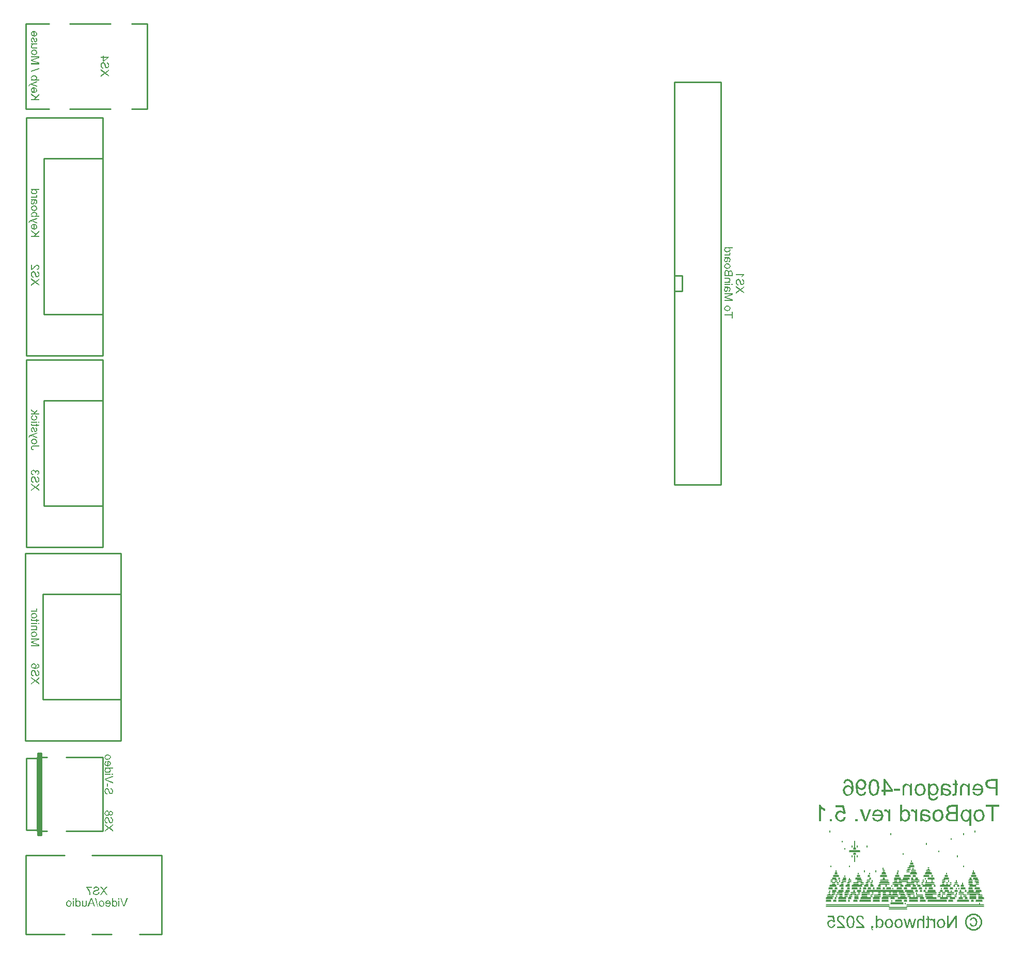
<source format=gbo>
G04*
G04  File:            TOPBOARD-V5.1.3.GBO, Sun Sep 28 03:23:30 2025*
G04  Source:          P-CAD 2006 PCB, Version 19.02.958, (D:\PCAD-2006\Projects\Pentagon-4096\Hardware\TopBoard-v5.1.3.PCB)*
G04  Format:          Gerber Format (RS-274-D), ASCII*
G04*
G04  Format Options:  Absolute Positioning*
G04                   Leading-Zero Suppression*
G04                   Scale Factor 1:1*
G04                   NO Circular Interpolation*
G04                   Inch Units*
G04                   Numeric Format: 4.4 (XXXX.XXXX)*
G04                   G54 NOT Used for Aperture Change*
G04                   Apertures Embedded*
G04*
G04  File Options:    Offset = (0.0mil,0.0mil)*
G04                   Drill Symbol Size = 80.0mil*
G04                   No Pad/Via Holes*
G04*
G04  File Contents:   No Pads*
G04                   No Vias*
G04                   Designators*
G04                   Types*
G04                   Values*
G04                   No Drill Symbols*
G04                   Bot Silk*
G04*
%INTOPBOARD-V5.1.3.GBO*%
%ICAS*%
%MOIN*%
G04*
G04  Aperture MACROs for general use --- invoked via D-code assignment *
G04*
G04  General MACRO for flashed round with rotation and/or offset hole *
%AMROTOFFROUND*
1,1,$1,0.0000,0.0000*
1,0,$2,$3,$4*%
G04*
G04  General MACRO for flashed oval (obround) with rotation and/or offset hole *
%AMROTOFFOVAL*
21,1,$1,$2,0.0000,0.0000,$3*
1,1,$4,$5,$6*
1,1,$4,0-$5,0-$6*
1,0,$7,$8,$9*%
G04*
G04  General MACRO for flashed oval (obround) with rotation and no hole *
%AMROTOVALNOHOLE*
21,1,$1,$2,0.0000,0.0000,$3*
1,1,$4,$5,$6*
1,1,$4,0-$5,0-$6*%
G04*
G04  General MACRO for flashed rectangle with rotation and/or offset hole *
%AMROTOFFRECT*
21,1,$1,$2,0.0000,0.0000,$3*
1,0,$4,$5,$6*%
G04*
G04  General MACRO for flashed rectangle with rotation and no hole *
%AMROTRECTNOHOLE*
21,1,$1,$2,0.0000,0.0000,$3*%
G04*
G04  General MACRO for flashed rounded-rectangle *
%AMROUNDRECT*
21,1,$1,$2-$4,0.0000,0.0000,$3*
21,1,$1-$4,$2,0.0000,0.0000,$3*
1,1,$4,$5,$6*
1,1,$4,$7,$8*
1,1,$4,0-$5,0-$6*
1,1,$4,0-$7,0-$8*
1,0,$9,$10,$11*%
G04*
G04  General MACRO for flashed rounded-rectangle with rotation and no hole *
%AMROUNDRECTNOHOLE*
21,1,$1,$2-$4,0.0000,0.0000,$3*
21,1,$1-$4,$2,0.0000,0.0000,$3*
1,1,$4,$5,$6*
1,1,$4,$7,$8*
1,1,$4,0-$5,0-$6*
1,1,$4,0-$7,0-$8*%
G04*
G04  General MACRO for flashed regular polygon *
%AMREGPOLY*
5,1,$1,0.0000,0.0000,$2,$3+$4*
1,0,$5,$6,$7*%
G04*
G04  General MACRO for flashed regular polygon with no hole *
%AMREGPOLYNOHOLE*
5,1,$1,0.0000,0.0000,$2,$3+$4*%
G04*
G04  General MACRO for target *
%AMTARGET*
6,0,0,$1,$2,$3,4,$4,$5,$6*%
G04*
G04  General MACRO for mounting hole *
%AMMTHOLE*
1,1,$1,0,0*
1,0,$2,0,0*
$1=$1-$2*
$1=$1/2*
21,1,$2+$1,$3,0,0,$4*
21,1,$3,$2+$1,0,0,$4*%
G04*
G04*
G04  D10 : "Ellipse X10.0mil Y10.0mil H0.0mil 0.0deg (0.0mil,0.0mil) Draw"*
G04  Disc: OuterDia=0.0100*
%ADD10C, 0.0100*%
G04  D11 : "Ellipse X15.0mil Y15.0mil H0.0mil 0.0deg (0.0mil,0.0mil) Draw"*
G04  Disc: OuterDia=0.0150*
%ADD11C, 0.0150*%
G04  D12 : "Ellipse X16.0mil Y16.0mil H0.0mil 0.0deg (0.0mil,0.0mil) Draw"*
G04  Disc: OuterDia=0.0160*
%ADD12C, 0.0160*%
G04  D13 : "Ellipse X20.0mil Y20.0mil H0.0mil 0.0deg (0.0mil,0.0mil) Draw"*
G04  Disc: OuterDia=0.0200*
%ADD13C, 0.0200*%
G04  D14 : "Ellipse X25.0mil Y25.0mil H0.0mil 0.0deg (0.0mil,0.0mil) Draw"*
G04  Disc: OuterDia=0.0250*
%ADD14C, 0.0250*%
G04  D15 : "Ellipse X30.0mil Y30.0mil H0.0mil 0.0deg (0.0mil,0.0mil) Draw"*
G04  Disc: OuterDia=0.0300*
%ADD15C, 0.0300*%
G04  D16 : "Ellipse X40.0mil Y40.0mil H0.0mil 0.0deg (0.0mil,0.0mil) Draw"*
G04  Disc: OuterDia=0.0400*
%ADD16C, 0.0400*%
G04  D17 : "Ellipse X5.0mil Y5.0mil H0.0mil 0.0deg (0.0mil,0.0mil) Draw"*
G04  Disc: OuterDia=0.0050*
%ADD17C, 0.0050*%
G04  D18 : "Ellipse X6.0mil Y6.0mil H0.0mil 0.0deg (0.0mil,0.0mil) Draw"*
G04  Disc: OuterDia=0.0060*
%ADD18C, 0.0060*%
G04  D19 : "Ellipse X8.0mil Y8.0mil H0.0mil 0.0deg (0.0mil,0.0mil) Draw"*
G04  Disc: OuterDia=0.0080*
%ADD19C, 0.0080*%
G04  D20 : "Ellipse X9.8mil Y9.8mil H0.0mil 0.0deg (0.0mil,0.0mil) Draw"*
G04  Disc: OuterDia=0.0098*
%ADD20C, 0.0098*%
G04  D21 : "Ellipse X9.8mil Y9.8mil H0.0mil 0.0deg (0.0mil,0.0mil) Draw"*
G04  Disc: OuterDia=0.0098*
%ADD21C, 0.0098*%
G04  D22 : "Ellipse X111.0mil Y111.0mil H0.0mil 0.0deg (0.0mil,0.0mil) Flash"*
G04  Disc: OuterDia=0.1110*
%ADD22C, 0.1110*%
G04  D23 : "Ellipse X128.0mil Y128.0mil H0.0mil 0.0deg (0.0mil,0.0mil) Flash"*
G04  Disc: OuterDia=0.1280*
%ADD23C, 0.1280*%
G04  D24 : "Ellipse X143.0mil Y143.0mil H0.0mil 0.0deg (0.0mil,0.0mil) Flash"*
G04  Disc: OuterDia=0.1430*
%ADD24C, 0.1430*%
G04  D25 : "Ellipse X200.0mil Y200.0mil H0.0mil 0.0deg (0.0mil,0.0mil) Flash"*
G04  Disc: OuterDia=0.2000*
%ADD25C, 0.2000*%
G04  D26 : "Ellipse X215.0mil Y215.0mil H0.0mil 0.0deg (0.0mil,0.0mil) Flash"*
G04  Disc: OuterDia=0.2150*
%ADD26C, 0.2150*%
G04  D27 : "Ellipse X50.0mil Y50.0mil H0.0mil 0.0deg (0.0mil,0.0mil) Flash"*
G04  Disc: OuterDia=0.0500*
%ADD27C, 0.0500*%
G04  D28 : "Ellipse X58.0mil Y58.0mil H0.0mil 0.0deg (0.0mil,0.0mil) Flash"*
G04  Disc: OuterDia=0.0580*
%ADD28C, 0.0580*%
G04  D29 : "Ellipse X60.0mil Y60.0mil H0.0mil 0.0deg (0.0mil,0.0mil) Flash"*
G04  Disc: OuterDia=0.0600*
%ADD29C, 0.0600*%
G04  D30 : "Ellipse X64.0mil Y64.0mil H0.0mil 0.0deg (0.0mil,0.0mil) Flash"*
G04  Disc: OuterDia=0.0640*
%ADD30C, 0.0640*%
G04  D31 : "Ellipse X65.0mil Y65.0mil H0.0mil 0.0deg (0.0mil,0.0mil) Flash"*
G04  Disc: OuterDia=0.0650*
%ADD31C, 0.0650*%
G04  D32 : "Ellipse X69.0mil Y69.0mil H0.0mil 0.0deg (0.0mil,0.0mil) Flash"*
G04  Disc: OuterDia=0.0690*
%ADD32C, 0.0690*%
G04  D33 : "Ellipse X73.0mil Y73.0mil H0.0mil 0.0deg (0.0mil,0.0mil) Flash"*
G04  Disc: OuterDia=0.0730*
%ADD33C, 0.0730*%
G04  D34 : "Ellipse X75.0mil Y75.0mil H0.0mil 0.0deg (0.0mil,0.0mil) Flash"*
G04  Disc: OuterDia=0.0750*
%ADD34C, 0.0750*%
G04  D35 : "Ellipse X79.0mil Y79.0mil H0.0mil 0.0deg (0.0mil,0.0mil) Flash"*
G04  Disc: OuterDia=0.0790*
%ADD35C, 0.0790*%
G04  D36 : "Ellipse X84.0mil Y84.0mil H0.0mil 0.0deg (0.0mil,0.0mil) Flash"*
G04  Disc: OuterDia=0.0840*
%ADD36C, 0.0840*%
G04  D37 : "Ellipse X90.0mil Y90.0mil H0.0mil 0.0deg (0.0mil,0.0mil) Flash"*
G04  Disc: OuterDia=0.0900*
%ADD37C, 0.0900*%
G04  D38 : "Ellipse X96.0mil Y96.0mil H0.0mil 0.0deg (0.0mil,0.0mil) Flash"*
G04  Disc: OuterDia=0.0960*
%ADD38C, 0.0960*%
G04  D39 : "Rectangle X114.0mil Y114.0mil H0.0mil 0.0deg (0.0mil,0.0mil) Flash"*
G04  Square: Side=0.1140, Rotation=0.0, OffsetX=0.0000, OffsetY=0.0000, HoleDia=0.0000*
%ADD39R, 0.1140 X0.1140*%
G04  D40 : "Rectangle X50.0mil Y50.0mil H0.0mil 0.0deg (0.0mil,0.0mil) Flash"*
G04  Square: Side=0.0500, Rotation=0.0, OffsetX=0.0000, OffsetY=0.0000, HoleDia=0.0000*
%ADD40R, 0.0500 X0.0500*%
G04  D41 : "Rectangle X60.0mil Y60.0mil H0.0mil 0.0deg (0.0mil,0.0mil) Flash"*
G04  Square: Side=0.0600, Rotation=0.0, OffsetX=0.0000, OffsetY=0.0000, HoleDia=0.0000*
%ADD41R, 0.0600 X0.0600*%
G04  D42 : "Rectangle X64.0mil Y64.0mil H0.0mil 0.0deg (0.0mil,0.0mil) Flash"*
G04  Square: Side=0.0640, Rotation=0.0, OffsetX=0.0000, OffsetY=0.0000, HoleDia=0.0000*
%ADD42R, 0.0640 X0.0640*%
G04  D43 : "Rectangle X65.0mil Y65.0mil H0.0mil 0.0deg (0.0mil,0.0mil) Flash"*
G04  Square: Side=0.0650, Rotation=0.0, OffsetX=0.0000, OffsetY=0.0000, HoleDia=0.0000*
%ADD43R, 0.0650 X0.0650*%
G04  D44 : "Rectangle X69.0mil Y69.0mil H0.0mil 0.0deg (0.0mil,0.0mil) Flash"*
G04  Square: Side=0.0690, Rotation=0.0, OffsetX=0.0000, OffsetY=0.0000, HoleDia=0.0000*
%ADD44R, 0.0690 X0.0690*%
G04  D45 : "Rectangle X75.0mil Y75.0mil H0.0mil 0.0deg (0.0mil,0.0mil) Flash"*
G04  Square: Side=0.0750, Rotation=0.0, OffsetX=0.0000, OffsetY=0.0000, HoleDia=0.0000*
%ADD45R, 0.0750 X0.0750*%
G04  D46 : "Rectangle X79.0mil Y79.0mil H0.0mil 0.0deg (0.0mil,0.0mil) Flash"*
G04  Square: Side=0.0790, Rotation=0.0, OffsetX=0.0000, OffsetY=0.0000, HoleDia=0.0000*
%ADD46R, 0.0790 X0.0790*%
G04  D47 : "Rectangle X84.0mil Y84.0mil H0.0mil 0.0deg (0.0mil,0.0mil) Flash"*
G04  Square: Side=0.0840, Rotation=0.0, OffsetX=0.0000, OffsetY=0.0000, HoleDia=0.0000*
%ADD47R, 0.0840 X0.0840*%
G04  D48 : "Rectangle X99.0mil Y99.0mil H0.0mil 0.0deg (0.0mil,0.0mil) Flash"*
G04  Square: Side=0.0990, Rotation=0.0, OffsetX=0.0000, OffsetY=0.0000, HoleDia=0.0000*
%ADD48R, 0.0990 X0.0990*%
G04  D49 : "Ellipse X30.0mil Y30.0mil H0.0mil 0.0deg (0.0mil,0.0mil) Flash"*
G04  Disc: OuterDia=0.0300*
%ADD49C, 0.0300*%
G04  D50 : "Ellipse X45.0mil Y45.0mil H0.0mil 0.0deg (0.0mil,0.0mil) Flash"*
G04  Disc: OuterDia=0.0450*
%ADD50C, 0.0450*%
G04*
%FSLAX44Y44*%
%SFA1B1*%
%OFA0.0000B0.0000*%
G04*
G70*
G90*
G01*
D2*
%LNBot Silk*%
D19*
X152440Y161080*
X152280D1*
X152120D2*
X151800D1*
X152440Y161240D2*
X152360D1*
X152440Y161320D2*
X152360D1*
X152200Y161240D2*
X151800D1*
X152200Y161320D2*
X151800D1*
X152440Y161160D2*
X152280D1*
X152120D2*
X151800D1*
X152280Y161480D2*
X151880D1*
X152360Y161560D2*
X152200D1*
X152360Y161640D2*
X152200D1*
X152040Y161560D2*
X151960D1*
X152040Y161640D2*
X151960D1*
X152440Y161720D2*
X152200D1*
X152440Y161800D2*
X152200D1*
X152040Y161720D2*
Y161800D1*
X152200Y161880D2*
X151960D1*
X152520Y161480D2*
X152440D1*
X152520Y161880D2*
X152360D1*
X152280Y161400D2*
X151880D1*
X152520D2*
X152440D1*
X152840Y161480D2*
X152680D1*
X152920Y161880D2*
X152760D1*
X152840Y161400D2*
X152680D1*
X152920Y161720D2*
X152600D1*
X152920Y161800D2*
X152600D1*
X152840Y161560D2*
X152520D1*
X152840Y161640D2*
X152520D1*
X152440Y162040D2*
X152040D1*
X152440Y162120D2*
X152040D1*
X152360Y162200D2*
X152200D1*
X152360Y162280D2*
X152200D1*
Y162360D2*
X152120D1*
X152200Y162440D2*
X152120D1*
X152440Y162520D2*
X152200D1*
X152520Y162360D2*
X152360D1*
X152520Y162440D2*
X152360D1*
X152440Y163000D2*
Y163080D1*
X152120Y163320D2*
Y163400D1*
X152520Y162840D2*
X152360D1*
X152520Y162920D2*
X152360D1*
X152920Y162040D2*
X152680D1*
X152920Y162120D2*
X152680D1*
X152920Y162200D2*
X152760D1*
X152920Y162280D2*
X152760D1*
X152680Y162360D2*
Y162440D1*
X152440Y162600D2*
X152200D1*
X152680Y162520D2*
X152600D1*
Y162200D2*
X152520D1*
X152600Y162280D2*
X152520D1*
X152600Y162680D2*
X152280D1*
X152600Y162760D2*
X152280D1*
X152680Y162600D2*
X152600D1*
X152040Y165560D2*
Y165640D1*
X153320Y161080D2*
X153240D1*
X153320Y161160D2*
X153240D1*
X153320Y161720D2*
X153080D1*
X153320Y161800D2*
X153080D1*
X153320Y161880D2*
X153160D1*
X155240Y161080D2*
X154840D1*
X155240Y161240D2*
X154840D1*
X155240Y161320D2*
X154840D1*
X155240Y161160D2*
X154840D1*
X155320Y161480D2*
X154920D1*
X154760D2*
X154680D1*
X155320Y161560D2*
X155160D1*
X155320Y161640D2*
X155160D1*
X154840Y161560D2*
X154760D1*
X154840Y161640D2*
X154760D1*
X155320Y161880D2*
X155080D1*
X154920D2*
X154840D1*
X154680D2*
X154520D1*
X154440Y161480D2*
X154120D1*
X154600Y161560D2*
X154120D1*
X154600Y161640D2*
X154120D1*
X154280Y161720D2*
X154200D1*
X154280Y161800D2*
X154200D1*
X154360Y161880D2*
X154200D1*
X153800Y161080D2*
X153560D1*
X153880Y161240D2*
X153640D1*
X153880Y161320D2*
X153640D1*
X153800Y161160D2*
X153560D1*
X153880Y161480D2*
X153640D1*
X153960Y161560D2*
X153880D1*
X153960Y161640D2*
X153880D1*
X153640Y161720D2*
X153560D1*
X153640Y161800D2*
X153560D1*
X153800Y161880D2*
X153480D1*
X155320Y161400D2*
X154920D1*
X154760D2*
X154680D1*
X154440D2*
X154120D1*
X153880D2*
X153640D1*
X154680Y161080D2*
X153960D1*
X154680Y161240D2*
X154040D1*
X154680Y161320D2*
X154040D1*
X154680Y161160D2*
X153960D1*
X154040Y161720D2*
X153800D1*
X154040Y161800D2*
X153800D1*
X154040Y161880D2*
X153960D1*
X153400Y161240D2*
X153240D1*
X153400Y161320D2*
X153240D1*
X153480Y161480D2*
X153320D1*
X153720Y161560D2*
X153400D1*
X153720Y161640D2*
X153400D1*
X153480Y161400D2*
X153320D1*
X155800Y161080D2*
X155400D1*
X155800Y161240D2*
X155400D1*
X155800Y161320D2*
X155400D1*
X155800Y161160D2*
X155400D1*
X155640Y161560D2*
X155480D1*
X155640Y161640D2*
X155480D1*
X155560Y161880D2*
X155480D1*
X153320Y162040D2*
X153080D1*
X153320Y162120D2*
X153080D1*
X153320Y162200D2*
X153160D1*
X153320Y162280D2*
X153160D1*
X155320Y162040D2*
X155160D1*
X155320Y162120D2*
X155160D1*
X154840Y162040D2*
X154680D1*
X154840Y162120D2*
X154680D1*
X154760Y162200D2*
X154680D1*
X154760Y162280D2*
X154680D1*
X154520Y162200D2*
X154360D1*
X154520Y162280D2*
X154360D1*
X154760Y162360D2*
Y162440D1*
X154600Y162360D2*
X154440D1*
X154600Y162440D2*
X154440D1*
X154680Y162520D2*
X154600D1*
X154520Y162040D2*
X154280D1*
X154520Y162120D2*
X154280D1*
X153880Y162200D2*
X153560D1*
X153880Y162280D2*
X153560D1*
X154120Y162040D2*
X153480D1*
X154120Y162120D2*
X153480D1*
X154200Y162200D2*
X154040D1*
X154200Y162280D2*
X154040D1*
X154120Y162360D2*
X153800D1*
X154120Y162440D2*
X153800D1*
X154040Y162520D2*
X153720D1*
X153400Y162360D2*
X153240D1*
X153400Y162440D2*
X153240D1*
X153320Y163320D2*
Y163400D1*
X154600Y162680D2*
X154520D1*
X154600Y162760D2*
X154520D1*
X154600Y162840D2*
Y162920D1*
X155000Y163000D2*
Y163080D1*
X155480Y163160D2*
Y163240D1*
X154280Y163000D2*
Y163080D1*
X154440Y164600D2*
Y164680D1*
X153960Y162680D2*
X153800D1*
X153960Y162760D2*
X153800D1*
X153880Y162840D2*
Y162920D1*
X153640Y163640D2*
Y164040D1*
X153800Y163960D2*
Y164040D1*
X153480Y163960D2*
Y164040D1*
X153720Y164120D2*
X153560D1*
X153720Y164200D2*
X153560D1*
X153720Y164440D2*
X153560D1*
X153720Y164520D2*
X153560D1*
X153800Y164600D2*
Y164680D1*
X153480Y164600D2*
Y164680D1*
X153960Y164280D2*
X153320D1*
X153960Y164360D2*
X153320D1*
X155720Y162040D2*
X155640D1*
X155720Y162120D2*
X155640D1*
X153320Y162520D2*
Y162600D1*
X154680D2*
X154600D1*
X154040D2*
X153720D1*
X155880Y162200D2*
X155240D1*
X155880Y162280D2*
X155240D1*
X155800Y162360D2*
X155320D1*
X155800Y162440D2*
X155320D1*
X155560Y162520D2*
X155480D1*
X155720Y162680D2*
X155320D1*
X155720Y162760D2*
X155320D1*
X155640Y162840D2*
X155400D1*
X155640Y162920D2*
X155400D1*
X155560Y163000D2*
X155480D1*
X155560Y163080D2*
X155480D1*
X155560Y162600D2*
X155480D1*
X156040Y161160D2*
Y161080D1*
X158200D2*
X157880D1*
X158120Y161240D2*
X157880D1*
X158120Y161320D2*
X157880D1*
X158200Y161160D2*
X157880D1*
X157720Y161080D2*
X157160D1*
X157720Y161240D2*
X157160D1*
X157720Y161320D2*
X157160D1*
X157720Y161160D2*
X157160D1*
X158040Y161480D2*
X157640D1*
Y161560D2*
Y161640D1*
X158200Y161720D2*
X158120D1*
X158200Y161800D2*
X158120D1*
X157960Y161720D2*
X157880D1*
X157960Y161800D2*
X157880D1*
X157720Y161720D2*
X157560D1*
X157720Y161800D2*
X157560D1*
X158280Y161880D2*
X158200D1*
X157960D2*
X157800D1*
X157640D2*
X157320D1*
X156920Y161000D2*
Y160920D1*
X157000Y161080D2*
X156840D1*
X157000Y161240D2*
X156440D1*
X157000Y161320D2*
X156440D1*
X157000Y161160D2*
X156840D1*
X156920Y161480D2*
X156600D1*
X156840Y161560D2*
X156520D1*
X156840Y161640D2*
X156520D1*
X157000Y161880D2*
X156840D1*
X158040Y161400D2*
X157640D1*
X157480D2*
Y161480D1*
X156920Y161400D2*
X156600D1*
X157240Y161480D2*
X157080D1*
X157480Y161560D2*
X157000D1*
X157480Y161640D2*
X157000D1*
X157400Y161720D2*
X156920D1*
X157400Y161800D2*
X156920D1*
X157240Y161400D2*
X157080D1*
X156680Y161080D2*
X156280D1*
X156680Y161160D2*
X156280D1*
X156360Y161560D2*
X156120D1*
X156360Y161640D2*
X156120D1*
X156680Y161880D2*
X156360D1*
X158920Y161240D2*
X158280D1*
X158920Y161320D2*
X158280D1*
X158680Y161480D2*
X158200D1*
X158920Y161560D2*
X158200D1*
X158920Y161640D2*
X158200D1*
X158840Y161720D2*
X158360D1*
X158840Y161800D2*
X158360D1*
X158680Y161880D2*
X158440D1*
X158680Y161400D2*
X158200D1*
X156040Y162040D2*
Y162120D1*
X157880Y162040D2*
X157720D1*
X157880Y162120D2*
X157720D1*
X157560Y162040D2*
X157400D1*
X157560Y162120D2*
X157400D1*
X158040Y162200D2*
X157960D1*
X158040Y162280D2*
X157960D1*
X157720Y162200D2*
X157640D1*
X157720Y162280D2*
X157640D1*
X158280Y162360D2*
Y162440D1*
X158120Y162360D2*
X158040D1*
X158120Y162440D2*
X158040D1*
X157800Y162360D2*
X157320D1*
X157800Y162440D2*
X157320D1*
X157720Y162520D2*
X157560D1*
X157400D2*
X157320D1*
X156760Y162040D2*
X156600D1*
X156760Y162120D2*
X156600D1*
X157080Y162360D2*
X156520D1*
X157080Y162440D2*
X156520D1*
X157160Y162520D2*
X156760D1*
X157240Y162040D2*
X156920D1*
X157240Y162120D2*
X156920D1*
X157480Y162200D2*
X157000D1*
X157480Y162280D2*
X157000D1*
X156440Y162040D2*
X156200D1*
X156440Y162120D2*
X156200D1*
X156680Y162200D2*
X156120D1*
X156680Y162280D2*
X156120D1*
X156360Y162360D2*
X156200D1*
X156360Y162440D2*
X156200D1*
X156600Y162520D2*
X156200D1*
X158440Y162680D2*
X158120D1*
X158440Y162760D2*
X158120D1*
X157560Y162680D2*
X157400D1*
X157560Y162760D2*
X157400D1*
X157560Y163000D2*
X157320D1*
X157560Y163080D2*
X157320D1*
X158440Y163160D2*
X158360D1*
X158440Y163240D2*
X158360D1*
X157400Y163160D2*
Y163240D1*
X157320Y163640D2*
Y163720D1*
X158520Y163000D2*
X158280D1*
X158520Y163080D2*
X158280D1*
X157640Y162840D2*
X157240D1*
X157640Y162920D2*
X157240D1*
X157480Y163320D2*
X157160D1*
X157480Y163400D2*
X157160D1*
X157400Y163480D2*
X157240D1*
X157400Y163560D2*
X157240D1*
X158280Y164760D2*
Y164840D1*
X156440Y163000D2*
Y163080D1*
X156760Y164120D2*
Y164200D1*
X157160Y163000D2*
X157000D1*
X157160Y163080D2*
X157000D1*
X157240Y162680D2*
X156840D1*
X157240Y162760D2*
X156840D1*
X157240Y163160D2*
X157080D1*
X157240Y163240D2*
X157080D1*
X156520Y162680D2*
X156280D1*
X156520Y162760D2*
X156280D1*
X156440Y162840D2*
X156360D1*
X156440Y162920D2*
X156360D1*
X158840Y162040D2*
X158760D1*
X158840Y162120D2*
X158760D1*
X158200Y162520D2*
Y162600D1*
X157720D2*
X157560D1*
X157400D2*
X157320D1*
X157160D2*
X156760D1*
X156600D2*
X156200D1*
X158680Y162360D2*
X158600D1*
X158680Y162440D2*
X158600D1*
Y162040D2*
X158040D1*
X158600Y162120D2*
X158040D1*
X158760Y162200D2*
X158200D1*
X158760Y162280D2*
X158200D1*
X158760Y162520D2*
X158360D1*
X158680Y162680D2*
X158600D1*
X158680Y162760D2*
X158600D1*
Y162840D2*
X158200D1*
X158600Y162920D2*
X158200D1*
X158760Y162600D2*
X158360D1*
X159160Y161560D2*
X159080D1*
X159160Y161640D2*
X159080D1*
X159320Y161720D2*
X159160D1*
X159320Y161800D2*
X159160D1*
X159320Y161400D2*
Y161480D1*
X161320Y161080D2*
X161160D1*
X160920Y161240D2*
X160760D1*
X160920Y161320D2*
X160760D1*
X160600Y161240D2*
X160360D1*
X160600Y161320D2*
X160360D1*
X161480Y161240D2*
X161080D1*
X161480Y161320D2*
X161080D1*
X161320Y161160D2*
X161160D1*
X161000Y161080D2*
X160280D1*
X161000Y161160D2*
X160280D1*
X160840Y161480D2*
X160680D1*
Y161560D2*
X160360D1*
X160680Y161640D2*
X160360D1*
X161320Y161720D2*
X161000D1*
X161320Y161800D2*
X161000D1*
X160840Y161720D2*
X160760D1*
X160840Y161800D2*
X160760D1*
X160520Y161720D2*
X160440D1*
X160520Y161800D2*
X160440D1*
X161240Y161880D2*
X161000D1*
X160760D2*
X160520D1*
X161480Y161480D2*
X161080D1*
X160200D2*
X160120D1*
X160200Y161640D2*
Y161560D1*
X160280Y161720D2*
X160120D1*
X160280Y161800D2*
X160120D1*
X159960Y161080D2*
X159720D1*
X159960Y161160D2*
X159720D1*
X159880Y161480D2*
X159560D1*
X159880Y161720D2*
Y161800D1*
X159720Y161720D2*
X159480D1*
X159720Y161800D2*
X159480D1*
X159960Y161880D2*
X159800D1*
X160840Y161400D2*
X160680D1*
X160520Y161480D2*
Y161400D1*
X161480D2*
X161080D1*
X160200D2*
X160120D1*
X159880D2*
X159560D1*
X160120Y161240D2*
X159800D1*
X160120Y161320D2*
X159800D1*
X160040Y161560D2*
X159640D1*
X160040Y161640D2*
X159640D1*
Y161240D2*
X159160D1*
X159640Y161320D2*
X159160D1*
X159480Y161560D2*
X159320D1*
X159480Y161640D2*
X159320D1*
X159640Y161880D2*
X159400D1*
X161720Y161000D2*
Y160920D1*
X161880Y161480D2*
X161640D1*
X161880Y161400D2*
X161640D1*
X161880Y161080D2*
X161480D1*
X161880Y161160D2*
X161480D1*
X161720Y161560D2*
X160920D1*
X161720Y161640D2*
X160920D1*
X161800Y161720D2*
X161480D1*
X161800Y161800D2*
X161480D1*
X161720Y161880D2*
X161400D1*
D2*
D10*
X161306Y159250*
X161403Y159259D1*
X161497Y159288*
X161583Y159334*
X161659Y159396*
X161721Y159472*
X161768Y159558*
X161796Y159652*
X161806Y159750*
X161796Y159847*
X161768Y159941*
X161721Y160027*
X161659Y160103*
X161583Y160165*
X161497Y160212*
X161403Y160240*
X161306Y160250*
X161208Y160240*
X161114Y160212*
X161028Y160165*
X160952Y160103*
X160890Y160027*
X160844Y159941*
X160815Y159847*
X160806Y159750*
X160815Y159652*
X160844Y159558*
X160890Y159472*
X160952Y159396*
X161028Y159334*
X161114Y159288*
X161208Y159259*
X161306Y159250*
D2*
D19*
X160680Y162040*
X160520D1*
X160680Y162120D2*
X160520D1*
X161240Y162200D2*
X161000D1*
X161240Y162280D2*
X161000D1*
X160600Y162200D2*
Y162280D1*
X161240Y162360D2*
X161000D1*
X161240Y162440D2*
X161000D1*
X161160Y162520D2*
X161080D1*
X161480Y162040D2*
X161080D1*
X161480Y162120D2*
X161080D1*
X160200Y162360D2*
Y162440D1*
X160360Y162040D2*
X160280D1*
X160360Y162120D2*
X160280D1*
Y162200D2*
X160120D1*
X160280Y162280D2*
X160120D1*
X159880Y162200D2*
X159800D1*
X159880Y162280D2*
X159800D1*
X159640Y162200D2*
X159560D1*
X159640Y162280D2*
X159560D1*
X159720Y162360D2*
Y162440D1*
X160120Y162040D2*
X160040D1*
X160120Y162120D2*
X160040D1*
X159800Y162040D2*
X159160D1*
X159800Y162120D2*
X159160D1*
X159400Y162200D2*
X159320D1*
X159400Y162280D2*
X159320D1*
X159480Y162360D2*
X159320D1*
X159480Y162440D2*
X159320D1*
X159720Y162520D2*
X159400D1*
X159080Y164280D2*
Y164360D1*
X161400Y162840D2*
X161240D1*
X161400Y162920D2*
X161240D1*
X161320Y163000D2*
Y163080D1*
X160680Y163320D2*
Y163400D1*
X161480Y162680D2*
X161160D1*
X161480Y162760D2*
X161160D1*
X160280Y163960D2*
Y164040D1*
X159640Y162680D2*
X159480D1*
X159640Y162760D2*
X159480D1*
X159560Y162840D2*
Y162920D1*
X161160Y162600D2*
X161080D1*
X159720D2*
X159400D1*
X161640Y162200D2*
X161480D1*
X161640Y162280D2*
X161480D1*
X161640Y162360D2*
X161400D1*
X161640Y162440D2*
X161400D1*
X161560Y162520D2*
X161320D1*
X161560Y162600D2*
X161320D1*
X160680Y165400D2*
Y165480D1*
X159880Y165080D2*
Y165160D1*
X161400Y165560D2*
Y165640D1*
X152200Y161960D2*
X151960D1*
X152520D2*
X152360D1*
X152920D2*
X152760D1*
X152840Y164920D2*
Y165000D1*
X153320Y161960D2*
X153160D1*
X155320D2*
X155080D1*
X154920D2*
X154840D1*
X154680D2*
X154520D1*
X154360D2*
X154200D1*
X153800D2*
X153480D1*
X154040D2*
X153960D1*
X153640Y164600D2*
Y165000D1*
X155560Y161960D2*
X155480D1*
X156120Y161880D2*
Y161960D1*
X158280D2*
X158200D1*
X157960D2*
X157800D1*
X157640D2*
X157320D1*
X157000D2*
X156840D1*
X156680D2*
X156360D1*
X158680D2*
X158440D1*
X159240Y161880D2*
Y161960D1*
X161240D2*
X161000D1*
X160760D2*
X160520D1*
X160360Y161880D2*
Y161960D1*
X160200Y161880D2*
Y161960D1*
X159960D2*
X159800D1*
X159640D2*
X159400D1*
X161720D2*
X161400D1*
X153160Y161480D2*
X153000D1*
X153240Y161560D2*
X153000D1*
X153240Y161640D2*
X153000D1*
X153160Y161400D2*
X153000D1*
X156200Y161240D2*
X155960D1*
X156200Y161320D2*
X155960D1*
Y161560D2*
X155880D1*
X155960Y161640D2*
X155880D1*
X155960Y161880D2*
X155720D1*
X157000Y160600D2*
X155880D1*
X157000Y160680D2*
X155880D1*
X156760Y160920D2*
X155960D1*
X156760Y161000D2*
X155960D1*
X153080Y161080D2*
X152600D1*
X153080Y161240D2*
X152600D1*
X153080Y161320D2*
X152600D1*
X153080Y161160D2*
X152600D1*
X156440Y161480D2*
X155480D1*
X156760Y161720D2*
X154440D1*
X156760Y161800D2*
X154440D1*
X156440Y161400D2*
X155480D1*
X155880Y160760D2*
X151800D1*
X155880Y160840D2*
X151800D1*
X153080Y162360D2*
X152840D1*
X153080Y162440D2*
X152840D1*
X153080Y162520D2*
X152920D1*
X153000Y162680D2*
Y162760D1*
Y164440D2*
Y164520D1*
X153080Y162600D2*
X152920D1*
X155960Y165400D2*
Y165480D1*
X159160Y161480D2*
X159000D1*
X159160Y161400D2*
X159000D1*
X161960Y161240D2*
X161640D1*
X161960Y161320D2*
X161640D1*
X159560Y161080D2*
X158360D1*
X159560Y161160D2*
X158360D1*
X155960Y161960D2*
X155720D1*
X161960Y160760D2*
X157000D1*
X161960Y160840D2*
X157000D1*
D2*
D10*
X100187Y165687*
X100875D1*
X101500Y165625D2*
X100875D1*
Y170312D2*
X100187D1*
X101500Y170375D2*
X100875D1*
X105125D2*
Y165625D1*
X100875D2*
Y170375D1*
X100187Y170312D2*
Y165687D1*
X100975Y165412D2*
X101087D1*
X100975Y165462D2*
X101087D1*
X100975Y165512D2*
X101087D1*
X100975Y165561D2*
X101087D1*
X100975Y165611D2*
X101087D1*
X100975Y165661D2*
X101087D1*
X100975Y165711D2*
X101087D1*
X100975Y165760D2*
X101087D1*
X100975Y165810D2*
X101087D1*
X100975Y165860D2*
X101087D1*
X100975Y165910D2*
X101087D1*
X100975Y165959D2*
X101087D1*
X100975Y166009D2*
X101087D1*
X100975Y166059D2*
X101087D1*
X100975Y166109D2*
X101087D1*
X100975Y166158D2*
X101087D1*
X100975Y166208D2*
X101087D1*
X100975Y166258D2*
X101087D1*
X100975Y166308D2*
X101087D1*
X100975Y166357D2*
X101087D1*
X100975Y166407D2*
X101087D1*
X100975Y166457D2*
X101087D1*
X100975Y166507D2*
X101087D1*
X100975Y166556D2*
X101087D1*
X100975Y166606D2*
X101087D1*
X100975Y166656D2*
X101087D1*
X100975Y166706D2*
X101087D1*
X100975Y166755D2*
X101087D1*
X100975Y166805D2*
X101087D1*
X100975Y166855D2*
X101087D1*
X100975Y166905D2*
X101087D1*
X100975Y166954D2*
X101087D1*
X100975Y167004D2*
X101087D1*
X100975Y167054D2*
X101087D1*
X100975Y167104D2*
X101087D1*
X100975Y167153D2*
X101087D1*
X100975Y167203D2*
X101087D1*
X100975Y167253D2*
X101087D1*
X100975Y167303D2*
X101087D1*
X100975Y167352D2*
X101087D1*
X100975Y167402D2*
X101087D1*
X100975Y167452D2*
X101087D1*
X100975Y167502D2*
X101087D1*
X100975Y167551D2*
X101087D1*
X100975Y167601D2*
X101087D1*
X100975Y167651D2*
X101087D1*
X100975Y167701D2*
X101087D1*
X100975Y167750D2*
X101087D1*
X100975Y167800D2*
X101087D1*
X100975Y167850D2*
X101087D1*
X100975Y167900D2*
X101087D1*
X100975Y167949D2*
X101087D1*
X100975Y167999D2*
X101087D1*
X100975Y168049D2*
X101087D1*
X100975Y168099D2*
X101087D1*
X100975Y168148D2*
X101087D1*
X100975Y168198D2*
X101087D1*
X100975Y168248D2*
X101087D1*
X100975Y168298D2*
X101087D1*
X100975Y168347D2*
X101087D1*
X100975Y168397D2*
X101087D1*
X100975Y168447D2*
X101087D1*
X100975Y168497D2*
X101087D1*
X100975Y168546D2*
X101087D1*
X100975Y168596D2*
X101087D1*
X100975Y168646D2*
X101087D1*
X100975Y168696D2*
X101087D1*
X100975Y168745D2*
X101087D1*
X100975Y168795D2*
X101087D1*
X100975Y168845D2*
X101087D1*
X100975Y168895D2*
X101087D1*
X100975Y168944D2*
X101087D1*
X100975Y168994D2*
X101087D1*
X100975Y169044D2*
X101087D1*
X100975Y169094D2*
X101087D1*
X100975Y169143D2*
X101087D1*
X100975Y169193D2*
X101087D1*
X100975Y169243D2*
X101087D1*
X100975Y169293D2*
X101087D1*
X100975Y169342D2*
X101087D1*
X100975Y169392D2*
X101087D1*
X100975Y169442D2*
X101087D1*
X100975Y169492D2*
X101087D1*
X100975Y169541D2*
X101087D1*
X100975Y169591D2*
X101087D1*
X100975Y169641D2*
X101087D1*
X100975Y169691D2*
X101087D1*
X100975Y169740D2*
X101087D1*
X100975Y169790D2*
X101087D1*
X100975Y169840D2*
X101087D1*
X100975Y169890D2*
X101087D1*
X100975Y169939D2*
X101087D1*
X100975Y169989D2*
X101087D1*
X100975Y170039D2*
X101087D1*
X100975Y170089D2*
X101087D1*
X100975Y170138D2*
X101087D1*
X100975Y170188D2*
X101087D1*
X100975Y170238D2*
X101087D1*
X100975Y170288D2*
X101087D1*
X100975Y170337D2*
X101087D1*
X100975Y170387D2*
X101087D1*
X100975Y170437D2*
X101087D1*
X100975Y170487D2*
X101087D1*
X100975Y170536D2*
X101087D1*
X100975Y170586D2*
X101087D1*
X101137Y170637D2*
X100925D1*
Y165362*
X101137*
Y170637*
X105125Y165625D2*
X102750D1*
Y170375D2*
X105125D1*
X100192Y196062D2*
X105113D1*
X101324Y193404D2*
X105113D1*
X101324Y186613D2*
X105113D1*
Y183955D2*
X100192D1*
X101324Y186613D2*
Y193404D1*
X105113Y183955D2*
Y196062D1*
X100192Y183955D2*
Y196062D1*
X101232Y180904D2*
X106280D1*
X101232Y174113D2*
X106280D1*
X100100Y183562D2*
X106280D1*
Y171455D2*
X100100D1*
X101232Y174113D2*
Y180904D1*
X106280Y171455D2*
Y183562D1*
X100100Y171455D2*
Y183562D1*
X106964Y217755D2*
X107988D1*
X106964Y212244D2*
X107988D1*
X102988Y217755D2*
X105625D1*
X100153D2*
X101649D1*
X102988Y212244D2*
X105625D1*
X100153D2*
X101649D1*
X107988Y217755D2*
Y212244D1*
X100153Y217755D2*
Y212244D1*
X100190Y211697D2*
X105112D1*
X101322Y209039D2*
X105112D1*
X101322Y198978D2*
X105112D1*
Y196321D2*
X100190D1*
X105112D2*
Y211697D1*
X101322Y198978D2*
Y209039D1*
X100190Y196321D2*
Y211697D1*
X142500Y200500D2*
X142000D1*
X142500D2*
Y201500D1*
X142000D2*
X142500D1*
X142000Y188000D2*
Y214000D1*
X145000D2*
Y188000D1*
X142000*
Y214000D2*
X145000D1*
X107460Y158940D2*
X108897D1*
X104409D2*
X105688D1*
X100157Y164059D2*
X102637D1*
X104409D2*
X108897D1*
X100157Y158940D2*
X102637D1*
X108897Y164059D2*
Y158940D1*
X100157Y164059D2*
Y158940D1*
%LNBot Silk_POS_GLYPHS*%
%LPD*%
X100157Y158940D2*
G36*
X161175Y159618*
X161209Y159554D1*
X161243Y159536*
X161306Y159519*
X161353Y159532*
X161422Y159571*
X161444Y159627*
X161467Y159741*
X161455Y159812*
X161421Y159910*
X161379Y159937*
X161300Y159964*
X161266Y159956*
X161215Y159934*
X161194Y159904*
X161166Y159846*
X161071Y159859*
X161095Y159915*
X161149Y159996*
X161203Y160020*
X161304Y160044*
X161357Y160036*
X161442Y160009*
X161481Y159973*
X161536Y159902*
X161552Y159844*
X161567Y159738*
X161549Y159646*
X161495Y159516*
X161430Y159477*
X161304Y159438*
X161240Y159452*
X161144Y159494*
X161107Y159547*
X161063Y159651*
X161159Y159664*
X161175Y159618*
G37*
G36*
X160151Y159363D2*
Y159991D1*
X159730Y159363*
X159620*
Y160163*
X159722*
Y159534*
X160145Y160163*
X160253*
Y159363*
X160151*
G37*
G36*
X159474Y159560D2*
X159418Y159428D1*
X159350Y159389*
X159221Y159350*
X159167Y159359*
X159081Y159385*
X159040Y159419*
X158983Y159484*
X158966Y159544*
X158949Y159660*
X158968Y159749*
X159026Y159877*
X159093Y159917*
X159221Y159956*
X159294Y159940*
X159403Y159892*
X159448Y159813*
X159493Y159653*
X159474Y159560*
G37*
G36*
X158737Y159363D2*
Y159666D1*
X158733Y159710*
X158721Y159781*
X158709Y159803*
X158685Y159835*
X158664Y159845*
X158627Y159854*
X158601Y159849*
X158556Y159833*
X158520Y159923*
X158558Y159940*
X158622Y159956*
X158646Y159951*
X158685Y159936*
X158708Y159911*
X158747Y159854*
Y159943*
X158834*
Y159363*
X158737*
G37*
G36*
X158265Y159449D2*
X158291Y159448D1*
X158306Y159449*
X158326Y159454*
X158333Y159460*
X158342Y159473*
X158345Y159489*
X158347Y159527*
Y159867*
X158247*
Y159943*
X158347*
Y160145*
X158445Y160086*
Y159943*
X158518*
Y159867*
X158445*
Y159532*
X158442Y159482*
X158433Y159417*
X158420Y159399*
X158393Y159372*
X158364Y159364*
X158308Y159356*
X158281Y159358*
X158234Y159364*
X158247Y159451*
X158265Y159449*
G37*
G36*
X158054Y159363D2*
Y159679D1*
X158050Y159723*
X158038Y159787*
X158021Y159812*
X157984Y159849*
X157953Y159860*
X157902Y159872*
X157864Y159863*
X157811Y159838*
X157794Y159802*
X157778Y159729*
Y159363*
X157680*
Y159729*
X157686Y159784*
X157701Y159860*
X157724Y159889*
X157770Y159930*
X157809Y159943*
X157882Y159956*
X157951Y159936*
X158054Y159876*
Y160163*
X158152*
Y159363*
X158054*
G37*
G36*
X157323D2*
X157205Y159808D1*
X157180Y159709*
X157090Y159363*
X156989*
X156805Y159943*
X156900*
X157002Y159607*
X157035Y159495*
X157064Y159606*
X157152Y159943*
X157251*
X157344Y159603*
X157358Y159545*
X157373Y159484*
X157407Y159607*
X157499Y159943*
X157601*
X157426Y159363*
X157323*
G37*
G36*
X156739Y159560D2*
X156683Y159428D1*
X156615Y159389*
X156486Y159350*
X156432Y159359*
X156346Y159385*
X156306Y159419*
X156248Y159484*
X156232Y159544*
X156215Y159660*
X156234Y159749*
X156291Y159877*
X156359Y159917*
X156486Y159956*
X156559Y159940*
X156669Y159892*
X156713Y159813*
X156758Y159653*
X156739Y159560*
G37*
G36*
X156117D2*
X156061Y159428D1*
X155993Y159389*
X155864Y159350*
X155810Y159359*
X155724Y159385*
X155684Y159419*
X155626Y159484*
X155609Y159544*
X155592Y159660*
X155612Y159749*
X155669Y159877*
X155737Y159917*
X155864Y159956*
X155937Y159940*
X156047Y159892*
X156091Y159813*
X156136Y159653*
X156117Y159560*
G37*
G36*
X155011Y159363D2*
Y160163D1*
X155108*
Y159876*
X155131Y159899*
X155175Y159934*
X155209Y159945*
X155269Y159956*
X155319Y159947*
X155398Y159918*
X155434Y159882*
X155485Y159810*
X155499Y159753*
X155513Y159652*
X155506Y159590*
X155482Y159494*
X155451Y159451*
X155392Y159388*
X155346Y159369*
X155265Y159350*
X155197Y159371*
X155101Y159435*
Y159363*
X155011*
G37*
G36*
X154775D2*
X154779Y159332D1*
X154791Y159287*
X154806Y159271*
X154837Y159246*
X154811Y159205*
X154781Y159225*
X154740Y159264*
X154729Y159299*
X154717Y159363*
Y159475*
X154829*
Y159363*
X154775*
G37*
G36*
X154138Y159458D2*
X154124Y159477D1*
X154097Y159510*
X154062Y159542*
X153983Y159610*
X153919Y159668*
X153831Y159752*
X153804Y159789*
X153766Y159849*
X153756Y159884*
X153746Y159943*
X153763Y160007*
X153813Y160102*
X153876Y160134*
X153996Y160166*
X154070Y160151*
X154178Y160107*
X154215Y160049*
X154256Y159935*
X154155Y159925*
X154145Y159973*
X154113Y160042*
X154074Y160063*
X153999Y160084*
X153954Y160074*
X153889Y160044*
X153868Y160009*
X153847Y159945*
X153858Y159902*
X153893Y159828*
X153949Y159770*
X154071Y159657*
X154124Y159611*
X154199Y159537*
X154226Y159498*
X154263Y159430*
X154269Y159405*
X154275Y159363*
X153745*
Y159458*
X154138*
G37*
G36*
X153620Y159619D2*
X153561Y159432D1*
X153498Y159391*
X153378Y159350*
X153320Y159362*
X153233Y159397*
X153197Y159442*
X153146Y159530*
X153131Y159608*
X153117Y159757*
X153121Y159834*
X153135Y159946*
X153152Y159994*
X153185Y160065*
X153213Y160096*
X153265Y160140*
X153306Y160153*
X153378Y160166*
X153436Y160154*
X153524Y160119*
X153560Y160074*
X153611Y159986*
X153625Y159907*
X153640Y159757*
X153620Y159619*
G37*
G36*
X152894Y159458D2*
X152880Y159477D1*
X152853Y159510*
X152818Y159542*
X152739Y159610*
X152674Y159668*
X152587Y159752*
X152559Y159789*
X152522Y159849*
X152512Y159884*
X152501Y159943*
X152518Y160007*
X152569Y160102*
X152632Y160134*
X152752Y160166*
X152826Y160151*
X152934Y160107*
X152970Y160049*
X153012Y159935*
X152911Y159925*
X152900Y159973*
X152869Y160042*
X152829Y160063*
X152754Y160084*
X152710Y160074*
X152644Y160044*
X152623Y160009*
X152602Y159945*
X152614Y159902*
X152649Y159828*
X152705Y159770*
X152826Y159657*
X152879Y159611*
X152954Y159537*
X152981Y159498*
X153019Y159430*
X153025Y159405*
X153030Y159363*
X152500*
Y159458*
X152894*
G37*
G36*
X152373Y159507D2*
X152317Y159410D1*
X152255Y159380*
X152138Y159350*
X152052Y159374*
X151928Y159446*
X151896Y159513*
X151863Y159634*
X151882Y159710*
X151936Y159821*
X151999Y159858*
X152113Y159895*
X152172Y159882*
X152266Y159844*
X152223Y160060*
X151901*
Y160153*
X152300*
X152378Y159742*
X152286Y159729*
X152266Y159752*
X152226Y159786*
X152195Y159797*
X152141Y159808*
X152090Y159796*
X152016Y159759*
X151992Y159714*
X151968Y159626*
X151981Y159568*
X152017Y159484*
X152060Y159457*
X152138Y159430*
X152179Y159440*
X152240Y159468*
X152263Y159505*
X152292Y159580*
X152395Y159573*
X152373Y159507*
G37*
G36*
X162743Y167902D2*
Y168335D1*
X162470*
X162336Y168358*
X162159Y168429*
X162115Y168510*
X162072Y168659*
X162080Y168715*
X162104Y168804*
X162134Y168846*
X162190Y168906*
X162236Y168928*
X162321Y168956*
X162376Y168962*
X162484Y168968*
X162884*
Y167902*
X162743*
G37*
G36*
X161407Y168099D2*
X161461Y168029D1*
X161504Y168010*
X161585Y167992*
X161650Y168009*
X161747Y168059*
X161782Y168125*
X161818Y168254*
X161241*
X161240Y168269*
X161239Y168289*
X161264Y168410*
X161338Y168585*
X161426Y168638*
X161592Y168692*
X161698Y168664*
X161853Y168583*
X161903Y168481*
X161953Y168281*
X161928Y168160*
X161854Y167988*
X161762Y167936*
X161585Y167884*
X161496Y167901*
X161363Y167950*
X161312Y168012*
X161245Y168134*
X161379Y168151*
X161407Y168099*
G37*
G36*
X160950Y167902D2*
Y168323D1*
X160935Y168411*
X160889Y168525*
X160838Y168552*
X160745Y168578*
X160709Y168572*
X160654Y168554*
X160630Y168532*
X160599Y168490*
X160591Y168450*
X160584Y168371*
Y167902*
X160453*
Y168375*
X160455Y168430*
X160461Y168504*
X160474Y168542*
X160502Y168600*
X160532Y168626*
X160590Y168666*
X160637Y168679*
X160718Y168692*
X160820Y168659*
X160963Y168563*
Y168674*
X161080*
Y167902*
X160950*
G37*
G36*
X159990Y168017D2*
X160026Y168015D1*
X160044Y168017*
X160070Y168023*
X160079Y168032*
X160092Y168048*
X160095Y168070*
X160099Y168120*
Y168573*
X159966*
Y168674*
X160099*
Y168943*
X160229Y168864*
Y168674*
X160325*
Y168573*
X160229*
Y168128*
X160225Y168059*
X160214Y167973*
X160196Y167949*
X160159Y167914*
X160122Y167903*
X160049Y167892*
X160013Y167895*
X159949Y167904*
X159966Y168019*
X159990Y168017*
G37*
G36*
X159324Y167960D2*
X159305Y167902D1*
X159171*
X159185Y167936*
X159203Y167995*
X159207Y168065*
X159211Y168226*
Y168398*
X159213Y168450*
X159219Y168519*
X159231Y168555*
X159259Y168608*
X159289Y168632*
X159350Y168668*
X159406Y168680*
X159512Y168692*
X159581Y168685*
X159687Y168664*
X159735Y168637*
X159802Y168585*
X159826Y168540*
X159859Y168454*
X159730Y168437*
X159709Y168485*
X159665Y168550*
X159620Y168566*
X159527Y168582*
X159465Y168571*
X159378Y168538*
X159359Y168502*
X159339Y168425*
X159340Y168415*
X159341Y168392*
X159419Y168374*
X159577Y168346*
X159626Y168339*
X159694Y168327*
X159730Y168313*
X159788Y168284*
X159816Y168258*
X159856Y168209*
X159869Y168171*
X159882Y168105*
X159865Y168041*
X159814Y167946*
X159748Y167915*
X159617Y167884*
X159561Y167891*
X159471Y167909*
X159419Y167938*
X159332Y167997*
X159324Y167960*
G37*
G36*
X159014Y167760D2*
X158952Y167651D1*
X158875Y167620*
X158730Y167589*
X158651Y167600*
X158533Y167633*
X158484Y167674*
X158417Y167752*
X158399Y167834*
X158381Y168005*
Y168674*
X158500*
Y168580*
X158578Y168636*
X158726Y168692*
X158796Y168679*
X158904Y168640*
X158953Y168591*
X159021Y168495*
X159041Y168421*
X159061Y168291*
X159039Y168182*
X158973Y168016*
X158889Y167959*
X158726Y167902*
X158640Y167927*
X158511Y168003*
X158513Y167930*
X158521Y167836*
X158542Y167795*
X158588Y167735*
X158636Y167717*
X158730Y167698*
X158784Y167708*
X158862Y167737*
X158883Y167765*
X158908Y167821*
X159034Y167838*
X159014Y167760*
G37*
G36*
X158204Y168163D2*
X158130Y167988D1*
X158039Y167936*
X157869Y167884*
X157797Y167896*
X157682Y167931*
X157628Y167976*
X157551Y168064*
X157529Y168144*
X157506Y168299*
X157532Y168417*
X157608Y168587*
X157699Y168639*
X157869Y168692*
X157965Y168670*
X158110Y168605*
X158170Y168500*
X158229Y168287*
X158204Y168163*
G37*
G36*
X157223Y167902D2*
Y168323D1*
X157208Y168411*
X157162Y168525*
X157111Y168552*
X157017Y168578*
X156982Y168572*
X156926Y168554*
X156903Y168532*
X156872Y168490*
X156864Y168450*
X156856Y168371*
Y167902*
X156726*
Y168375*
X156728Y168430*
X156734Y168504*
X156747Y168542*
X156775Y168600*
X156804Y168626*
X156863Y168666*
X156910Y168679*
X156991Y168692*
X157092Y168659*
X157236Y168563*
Y168674*
X157353*
Y167902*
X157223*
G37*
G36*
X156172Y168222D2*
Y168354D1*
X156576*
Y168222*
X156172*
G37*
G36*
X155514Y167902D2*
Y168157D1*
X155370*
Y168277*
X155514*
Y168968*
X155622*
X156109Y168277*
Y168157*
X155645*
Y167902*
X155514*
G37*
G36*
X155210Y168243D2*
X155131Y167994D1*
X155048Y167939*
X154889Y167884*
X154812Y167900*
X154696Y167947*
X154647Y168007*
X154580Y168124*
X154560Y168229*
X154540Y168427*
X154547Y168529*
X154565Y168678*
X154588Y168741*
X154631Y168837*
X154668Y168879*
X154738Y168937*
X154792Y168954*
X154889Y168971*
X154967Y168956*
X155083Y168909*
X155131Y168849*
X155198Y168731*
X155217Y168626*
X155236Y168427*
X155210Y168243*
G37*
G36*
X154363Y168068D2*
X154296Y167953D1*
X154225Y167919*
X154092Y167884*
X154010Y167900*
X153886Y167947*
X153831Y168008*
X153753Y168131*
X153731Y168242*
X153708Y168456*
X153719Y168579*
X153753Y168755*
X153797Y168821*
X153885Y168915*
X153954Y168943*
X154074Y168971*
X154170Y168947*
X154313Y168873*
X154361Y168783*
X154408Y168611*
X154385Y168509*
X154317Y168359*
X154238Y168311*
X154094Y168264*
X154037Y168274*
X153947Y168302*
X153903Y168337*
X153839Y168404*
Y168393*
Y168377*
X153844Y168317*
X153859Y168218*
X153876Y168167*
X153908Y168092*
X153933Y168062*
X153982Y168019*
X154020Y168005*
X154088Y167992*
X154135Y168002*
X154204Y168031*
X154230Y168073*
X154264Y168159*
X154391Y168149*
X154363Y168068*
G37*
G36*
X152926Y168786D2*
X152995Y168901D1*
X153067Y168936*
X153202Y168971*
X153312Y168941*
X153472Y168849*
X153529Y168702*
X153585Y168400*
X153560Y168232*
X153483Y168004*
X153390Y167944*
X153215Y167884*
X153149Y167896*
X153044Y167929*
X152995Y167974*
X152924Y168061*
X152902Y168129*
X152880Y168247*
X152903Y168348*
X152973Y168497*
X153052Y168545*
X153196Y168594*
X153251Y168585*
X153340Y168558*
X153386Y168523*
X153455Y168452*
X153446Y168553*
X153419Y168697*
X153385Y168751*
X153321Y168828*
X153281Y168846*
X153210Y168864*
X153157Y168850*
X153077Y168809*
X153057Y168772*
X153028Y168697*
X152897Y168707*
X152926Y168786*
G37*
G36*
X162472Y166235D2*
Y167174D1*
X162121*
Y167301*
X162965*
Y167174*
X162614*
Y166235*
X162472*
G37*
G36*
X162014Y166497D2*
X161939Y166321D1*
X161849Y166269*
X161678Y166218*
X161606Y166229*
X161492Y166265*
X161438Y166309*
X161361Y166397*
X161339Y166477*
X161316Y166632*
X161341Y166750*
X161418Y166920*
X161508Y166973*
X161678Y167025*
X161774Y167003*
X161920Y166939*
X161979Y166833*
X162039Y166620*
X162014Y166497*
G37*
G36*
X161032Y165940D2*
Y166314D1*
X161003Y166286*
X160947Y166245*
X160904Y166231*
X160829Y166218*
X160764Y166230*
X160657Y166268*
X160606Y166316*
X160533Y166412*
X160511Y166489*
X160490Y166626*
X160500Y166705*
X160529Y166829*
X160568Y166888*
X160644Y166973*
X160707Y166999*
X160820Y167025*
X160871Y167017*
X160949Y166995*
X160986Y166966*
X161044Y166908*
Y167008*
X161163*
Y165940*
X161032*
G37*
G36*
X159916Y166235D2*
X159848Y166239D1*
X159745Y166252*
X159698Y166270*
X159629Y166305*
X159598Y166339*
X159550Y166405*
X159534Y166455*
X159518Y166544*
X159531Y166607*
X159570Y166705*
X159621Y166746*
X159719Y166802*
X159672Y166836*
X159607Y166899*
X159588Y166946*
X159569Y167027*
X159580Y167081*
X159612Y167169*
X159651Y167210*
X159728Y167268*
X159795Y167285*
X159924Y167301*
X160323*
Y166235*
X159916*
G37*
G36*
X159364Y166497D2*
X159289Y166321D1*
X159199Y166269*
X159029Y166218*
X158957Y166229*
X158842Y166265*
X158788Y166309*
X158711Y166397*
X158689Y166477*
X158666Y166632*
X158692Y166750*
X158768Y166920*
X158859Y166973*
X159029Y167025*
X159125Y167003*
X159270Y166939*
X159330Y166833*
X159389Y166620*
X159364Y166497*
G37*
G36*
X157999Y166293D2*
X157980Y166235D1*
X157846*
X157860Y166269*
X157878Y166328*
X157882Y166398*
X157886Y166559*
Y166732*
X157888Y166784*
X157894Y166852*
X157907Y166888*
X157934Y166941*
X157964Y166965*
X158025Y167001*
X158081Y167013*
X158187Y167025*
X158256Y167018*
X158362Y166997*
X158410Y166970*
X158477Y166918*
X158501Y166873*
X158534Y166787*
X158406Y166770*
X158384Y166818*
X158340Y166883*
X158295Y166899*
X158202Y166916*
X158140Y166905*
X158053Y166872*
X158034Y166835*
X158014Y166758*
X158015Y166748*
X158016Y166726*
X158094Y166708*
X158252Y166680*
X158301Y166673*
X158369Y166661*
X158406Y166646*
X158463Y166617*
X158491Y166592*
X158531Y166543*
X158544Y166505*
X158557Y166438*
X158540Y166374*
X158489Y166279*
X158423Y166248*
X158292Y166218*
X158236Y166224*
X158146Y166243*
X158094Y166271*
X158007Y166331*
X157999Y166293*
G37*
G36*
X157556Y166235D2*
Y166638D1*
X157551Y166697*
X157535Y166791*
X157519Y166820*
X157486Y166863*
X157458Y166876*
X157409Y166889*
X157373Y166882*
X157313Y166860*
X157265Y166981*
X157317Y167003*
X157401Y167025*
X157434Y167018*
X157487Y166998*
X157517Y166964*
X157570Y166889*
Y167008*
X157687*
Y166235*
X157556*
G37*
G36*
X156567D2*
Y167301D1*
X156697*
Y166918*
X156728Y166949*
X156786Y166995*
X156831Y167010*
X156910Y167025*
X156977Y167012*
X157083Y166974*
X157131Y166925*
X157198Y166829*
X157217Y166754*
X157236Y166620*
X157225Y166538*
X157194Y166410*
X157153Y166352*
X157074Y166269*
X157012Y166243*
X156904Y166218*
X156815Y166246*
X156688Y166331*
Y166235*
X156567*
G37*
G36*
X155817D2*
Y166638D1*
X155812Y166697*
X155796Y166791*
X155780Y166820*
X155747Y166863*
X155719Y166876*
X155670Y166889*
X155634Y166882*
X155574Y166860*
X155526Y166981*
X155578Y167003*
X155662Y167025*
X155695Y167018*
X155748Y166998*
X155778Y166964*
X155831Y166889*
Y167008*
X155948*
Y166235*
X155817*
G37*
G36*
X154948Y166433D2*
X155001Y166362D1*
X155045Y166344*
X155125Y166325*
X155190Y166342*
X155288Y166392*
X155322Y166458*
X155359Y166588*
X154782*
X154781Y166602*
X154780Y166622*
X154805Y166744*
X154879Y166918*
X154967Y166972*
X155133Y167025*
X155238Y166998*
X155393Y166917*
X155443Y166814*
X155493Y166615*
X155468Y166494*
X155394Y166321*
X155302Y166269*
X155125Y166218*
X155036Y166234*
X154904Y166283*
X154852Y166345*
X154786Y166467*
X154920Y166484*
X154948Y166433*
G37*
G36*
X154283Y166235D2*
X153990Y167008D1*
X154126*
X154299Y166536*
X154318Y166478*
X154347Y166388*
X154365Y166447*
X154396Y166544*
X154563Y167008*
X154701*
X154408Y166235*
X154283*
G37*
G36*
X153687D2*
Y166385D1*
X153837*
Y166235*
X153687*
G37*
G36*
X153054Y166427D2*
X152980Y166298D1*
X152897Y166258*
X152742Y166218*
X152627Y166250*
X152462Y166346*
X152419Y166435*
X152376Y166595*
X152400Y166696*
X152472Y166846*
X152556Y166894*
X152709Y166942*
X152786Y166926*
X152911Y166875*
X152855Y167163*
X152425*
Y167288*
X152957*
X153060Y166739*
X152937Y166722*
X152910Y166752*
X152858Y166798*
X152817Y166813*
X152744Y166827*
X152676Y166811*
X152577Y166762*
X152545Y166701*
X152514Y166584*
X152530Y166508*
X152579Y166396*
X152635Y166361*
X152740Y166325*
X152794Y166338*
X152876Y166375*
X152907Y166425*
X152945Y166524*
X153083Y166515*
X153054Y166427*
G37*
G36*
X152030Y166235D2*
Y166385D1*
X152180*
Y166235*
X152030*
G37*
G36*
X151348Y167305D2*
X151432D1*
X151470Y167251*
X151549Y167161*
X151618Y167112*
X151741Y167036*
Y166910*
X151692Y166933*
X151604Y166978*
X151553Y167011*
X151478Y167067*
Y166235*
X151348*
Y167305*
G37*
G36*
X105230Y165659D2*
X105416Y165794D1*
X105428Y165802*
X105453Y165819*
X105440Y165828*
X105420Y165842*
X105230Y165976*
Y166063*
X105511Y165863*
X105764Y166048*
Y165970*
X105623Y165864*
X105600Y165848*
X105563Y165822*
X105584Y165809*
X105627Y165781*
X105764Y165683*
Y165598*
X105507Y165780*
X105230Y165574*
Y165659*
G37*
G36*
X105365Y166111D2*
X105306Y166132D1*
X105279Y166159*
X105242Y166209*
X105232Y166251*
X105222Y166329*
X105227Y166369*
X105242Y166432*
X105262Y166461*
X105300Y166502*
X105330Y166514*
X105381Y166526*
X105411Y166521*
X105457Y166504*
X105478Y166481*
X105511Y166435*
X105523Y166398*
X105545Y166318*
X105559Y166270*
X105583Y166212*
X105599Y166202*
X105630Y166192*
X105653Y166199*
X105687Y166221*
X105699Y166251*
X105711Y166313*
X105704Y166352*
X105685Y166406*
X105659Y166423*
X105610Y166443*
X105615Y166510*
X105647Y166503*
X105698Y166484*
X105722Y166460*
X105755Y166414*
X105764Y166377*
X105774Y166310*
X105769Y166272*
X105756Y166213*
X105738Y166185*
X105702Y166146*
X105674Y166135*
X105626Y166124*
X105600Y166128*
X105560Y166142*
X105540Y166161*
X105510Y166199*
X105497Y166232*
X105476Y166302*
X105465Y166343*
X105450Y166396*
X105439Y166416*
X105419Y166444*
X105403Y166451*
X105375Y166458*
X105358Y166454*
X105330Y166443*
X105316Y166427*
X105297Y166397*
X105291Y166371*
X105285Y166326*
X105289Y166294*
X105300Y166244*
X105315Y166222*
X105342Y166191*
X105365Y166181*
X105408Y166170*
X105402Y166104*
X105365Y166111*
G37*
G36*
X105504Y166665D2*
X105472Y166621D1*
X105441Y166608*
X105385Y166595*
X105338Y166608*
X105268Y166644*
X105245Y166688*
X105222Y166771*
X105233Y166823*
X105268Y166899*
X105309Y166924*
X105383Y166948*
X105417Y166942*
X105468Y166922*
X105490Y166897*
X105519Y166847*
X105534Y166872*
X105562Y166906*
X105585Y166916*
X105627Y166926*
X105666Y166915*
X105725Y166883*
X105746Y166844*
X105766Y166770*
X105756Y166725*
X105726Y166658*
X105692Y166638*
X105628Y166617*
X105602Y166622*
X105562Y166636*
X105545Y166656*
X105519Y166696*
X105504Y166665*
G37*
G36*
X105365Y167989D2*
X105306Y168011D1*
X105279Y168037*
X105242Y168087*
X105232Y168129*
X105222Y168208*
X105227Y168247*
X105242Y168310*
X105262Y168339*
X105300Y168380*
X105330Y168392*
X105381Y168405*
X105411Y168399*
X105457Y168382*
X105478Y168359*
X105511Y168313*
X105523Y168276*
X105545Y168196*
X105559Y168148*
X105583Y168091*
X105599Y168080*
X105630Y168070*
X105653Y168078*
X105687Y168099*
X105699Y168129*
X105711Y168191*
X105704Y168230*
X105685Y168284*
X105659Y168301*
X105610Y168321*
X105615Y168388*
X105647Y168381*
X105698Y168362*
X105722Y168338*
X105755Y168292*
X105764Y168255*
X105774Y168189*
X105769Y168151*
X105756Y168091*
X105738Y168064*
X105702Y168025*
X105674Y168013*
X105626Y168002*
X105600Y168007*
X105560Y168020*
X105540Y168039*
X105510Y168077*
X105497Y168110*
X105476Y168180*
X105465Y168222*
X105450Y168274*
X105439Y168294*
X105419Y168322*
X105403Y168329*
X105375Y168336*
X105358Y168333*
X105330Y168321*
X105316Y168306*
X105297Y168275*
X105291Y168250*
X105285Y168204*
X105289Y168172*
X105300Y168123*
X105315Y168100*
X105342Y168069*
X105365Y168060*
X105408Y168048*
X105402Y167982*
X105365Y167989*
G37*
G36*
X105391Y168669D2*
X105457D1*
Y168467*
X105391*
Y168669*
G37*
G36*
X105230Y168974D2*
X105764Y169183D1*
Y169111*
X105376Y168967*
X105343Y168955*
X105289Y168938*
X105321Y168928*
X105376Y168910*
X105764Y168772*
Y168696*
X105230Y168902*
Y168974*
G37*
G36*
X105689Y169304D2*
X105764D1*
Y169239*
X105689*
Y169304*
G37*
G36*
X105230D2*
X105617D1*
Y169239*
X105230*
Y169304*
G37*
G36*
Y169714D2*
X105764D1*
Y169649*
X105573*
X105588Y169633*
X105611Y169604*
X105619Y169582*
X105626Y169542*
X105620Y169508*
X105601Y169456*
X105576Y169432*
X105528Y169398*
X105490Y169388*
X105423Y169379*
X105382Y169384*
X105318Y169400*
X105289Y169420*
X105247Y169460*
X105234Y169491*
X105222Y169545*
X105236Y169590*
X105278Y169653*
X105230*
Y169714*
G37*
G36*
X105329Y170068D2*
X105294Y170041D1*
X105285Y170019*
X105275Y169979*
X105284Y169946*
X105309Y169897*
X105342Y169880*
X105407Y169862*
Y170151*
X105414Y170152*
X105424Y170152*
X105485Y170140*
X105573Y170103*
X105599Y170058*
X105626Y169975*
X105612Y169922*
X105572Y169845*
X105520Y169820*
X105420Y169795*
X105360Y169807*
X105274Y169844*
X105248Y169890*
X105222Y169979*
X105230Y170024*
X105254Y170090*
X105286Y170116*
X105347Y170149*
X105355Y170082*
X105329Y170068*
G37*
G36*
X105361Y170219D2*
X105274Y170257D1*
X105248Y170302*
X105222Y170387*
X105228Y170424*
X105245Y170481*
X105268Y170508*
X105311Y170546*
X105352Y170558*
X105429Y170569*
X105488Y170556*
X105574Y170518*
X105600Y170473*
X105626Y170387*
X105615Y170339*
X105583Y170266*
X105530Y170237*
X105423Y170207*
X105361Y170219*
G37*
G36*
X100480Y187659D2*
X100666Y187794D1*
X100678Y187802*
X100703Y187819*
X100690Y187828*
X100670Y187842*
X100480Y187976*
Y188063*
X100761Y187863*
X101014Y188048*
Y187970*
X100873Y187864*
X100850Y187848*
X100813Y187822*
X100834Y187809*
X100877Y187781*
X101014Y187683*
Y187598*
X100757Y187780*
X100480Y187574*
Y187659*
G37*
G36*
X100615Y188111D2*
X100556Y188132D1*
X100529Y188159*
X100492Y188209*
X100482Y188251*
X100472Y188329*
X100477Y188369*
X100492Y188432*
X100512Y188461*
X100550Y188502*
X100580Y188514*
X100631Y188526*
X100661Y188521*
X100707Y188504*
X100728Y188481*
X100761Y188435*
X100773Y188398*
X100795Y188318*
X100809Y188270*
X100833Y188212*
X100849Y188202*
X100880Y188192*
X100903Y188199*
X100937Y188221*
X100949Y188251*
X100961Y188313*
X100954Y188352*
X100935Y188406*
X100909Y188423*
X100860Y188443*
X100865Y188510*
X100897Y188503*
X100948Y188484*
X100972Y188460*
X101005Y188414*
X101014Y188377*
X101024Y188310*
X101019Y188272*
X101006Y188213*
X100988Y188185*
X100952Y188146*
X100924Y188135*
X100876Y188124*
X100850Y188128*
X100810Y188142*
X100790Y188161*
X100760Y188199*
X100747Y188232*
X100726Y188302*
X100715Y188343*
X100700Y188396*
X100689Y188416*
X100669Y188444*
X100653Y188451*
X100625Y188458*
X100608Y188454*
X100580Y188443*
X100566Y188427*
X100547Y188397*
X100541Y188371*
X100535Y188326*
X100539Y188294*
X100550Y188244*
X100565Y188222*
X100592Y188191*
X100615Y188181*
X100658Y188170*
X100652Y188104*
X100615Y188111*
G37*
G36*
X100578Y188612D2*
X100513Y188650D1*
X100492Y188691*
X100472Y188766*
X100484Y188818*
X100520Y188896*
X100561Y188921*
X100638Y188947*
X100672Y188940*
X100724Y188921*
X100743Y188896*
X100768Y188847*
X100784Y188870*
X100814Y188902*
X100837Y188912*
X100877Y188921*
X100903Y188916*
X100946Y188901*
X100967Y188882*
X100997Y188845*
X101007Y188815*
X101016Y188765*
X101007Y188722*
X100980Y188658*
X100945Y188634*
X100878Y188604*
X100866Y188669*
X100896Y188679*
X100939Y188702*
X100951Y188724*
X100963Y188766*
X100957Y188791*
X100939Y188829*
X100918Y188842*
X100879Y188854*
X100850Y188845*
X100811Y188820*
X100800Y188792*
X100790Y188744*
X100790Y188741*
X100791Y188734*
X100733Y188726*
X100736Y188745*
X100740Y188772*
X100732Y188803*
X100710Y188848*
X100684Y188863*
X100636Y188878*
X100604Y188870*
X100557Y188846*
X100541Y188818*
X100525Y188767*
X100532Y188741*
X100550Y188700*
X100576Y188684*
X100630Y188663*
X100621Y188597*
X100578Y188612*
G37*
G36*
X100582Y190227D2*
X100512Y190254D1*
X100492Y190290*
X100472Y190362*
X100476Y190394*
X100491Y190444*
X100510Y190466*
X100547Y190496*
X100582Y190504*
X100650Y190513*
X101014*
Y190441*
X100646*
X100618Y190439*
X100580Y190434*
X100566Y190425*
X100547Y190407*
X100541Y190391*
X100535Y190361*
X100541Y190338*
X100557Y190305*
X100584Y190294*
X100641Y190282*
X100631Y190219*
X100582Y190227*
G37*
G36*
X100611Y190608D2*
X100524Y190645D1*
X100498Y190690*
X100472Y190776*
X100478Y190812*
X100495Y190869*
X100518Y190896*
X100561Y190935*
X100602Y190946*
X100679Y190957*
X100738Y190945*
X100824Y190906*
X100850Y190861*
X100876Y190776*
X100865Y190728*
X100833Y190655*
X100780Y190625*
X100673Y190595*
X100611Y190608*
G37*
G36*
X100328Y191047D2*
X100324Y191073D1*
X100328Y191094*
X100339Y191126*
X100355Y191142*
X100386Y191167*
X100414Y191179*
X100474Y191203*
X100867Y191350*
Y191285*
X100641Y191201*
X100609Y191191*
X100555Y191174*
X100589Y191164*
X100644Y191146*
X100867Y191065*
Y190996*
X100480Y191143*
X100474Y191140*
X100464Y191136*
X100442Y191128*
X100415Y191117*
X100407Y191109*
X100395Y191095*
X100391Y191083*
X100387Y191060*
X100389Y191047*
X100394Y191023*
X100332Y191030*
X100328Y191047*
G37*
G36*
X100557Y191395D2*
X100503Y191430D1*
X100487Y191468*
X100472Y191544*
X100475Y191576*
X100487Y191626*
X100502Y191649*
X100532Y191682*
X100554Y191691*
X100594Y191701*
X100616Y191697*
X100650Y191685*
X100664Y191670*
X100684Y191642*
X100695Y191611*
X100715Y191544*
X100722Y191518*
X100731Y191487*
X100737Y191476*
X100749Y191462*
X100757Y191458*
X100771Y191454*
X100785Y191459*
X100807Y191473*
X100815Y191494*
X100822Y191537*
X100818Y191562*
X100805Y191596*
X100790Y191608*
X100759Y191622*
X100768Y191686*
X100792Y191679*
X100827Y191663*
X100841Y191647*
X100863Y191612*
X100869Y191584*
X100876Y191533*
X100874Y191511*
X100868Y191476*
X100861Y191458*
X100848Y191434*
X100835Y191421*
X100812Y191402*
X100794Y191396*
X100764Y191391*
X100744Y191394*
X100712Y191404*
X100697Y191418*
X100675Y191446*
X100664Y191478*
X100644Y191546*
X100635Y191576*
X100621Y191613*
X100610Y191623*
X100587Y191634*
X100570Y191628*
X100544Y191611*
X100535Y191589*
X100525Y191544*
X100531Y191515*
X100546Y191474*
X100566Y191460*
X100606Y191444*
X100596Y191380*
X100557Y191395*
G37*
G36*
X100538Y191910D2*
X100537Y191892D1*
X100538Y191883*
X100541Y191870*
X100545Y191865*
X100554Y191859*
X100565Y191857*
X100590Y191855*
X100817*
Y191922*
X100867*
Y191855*
X101002*
X100963Y191790*
X100867*
Y191742*
X100817*
Y191790*
X100594*
X100559Y191792*
X100516Y191798*
X100504Y191807*
X100487Y191825*
X100481Y191844*
X100475Y191880*
X100477Y191898*
X100481Y191930*
X100539Y191922*
X100538Y191910*
G37*
G36*
X100939Y192051D2*
X101014D1*
Y191986*
X100939*
Y192051*
G37*
G36*
X100480D2*
X100867D1*
Y191986*
X100480*
Y192051*
G37*
G36*
X100592Y192393D2*
X100549Y192370D1*
X100537Y192347*
X100525Y192305*
X100534Y192274*
X100560Y192228*
X100597Y192213*
X100673Y192198*
X100721Y192206*
X100786Y192229*
X100804Y192257*
X100822Y192310*
X100817Y192332*
X100802Y192366*
X100782Y192379*
X100743Y192398*
X100752Y192462*
X100790Y192446*
X100843Y192410*
X100860Y192374*
X100876Y192307*
X100870Y192271*
X100853Y192215*
X100829Y192188*
X100782Y192152*
X100743Y192141*
X100671Y192131*
X100610Y192143*
X100524Y192179*
X100498Y192223*
X100472Y192306*
X100481Y192349*
X100509Y192413*
X100545Y192438*
X100614Y192467*
X100622Y192403*
X100592Y192393*
G37*
G36*
X100480Y192588D2*
X100633D1*
X100677Y192634*
X100480Y192762*
Y192844*
X100723Y192681*
X100867Y192829*
Y192743*
X100710Y192588*
X101014*
Y192523*
X100480*
Y192588*
G37*
G36*
Y175159D2*
X100666Y175294D1*
X100678Y175302*
X100703Y175319*
X100690Y175328*
X100670Y175342*
X100480Y175476*
Y175563*
X100761Y175363*
X101014Y175548*
Y175470*
X100873Y175364*
X100850Y175348*
X100813Y175322*
X100834Y175309*
X100877Y175281*
X101014Y175183*
Y175098*
X100757Y175280*
X100480Y175074*
Y175159*
G37*
G36*
X100615Y175611D2*
X100556Y175632D1*
X100529Y175659*
X100492Y175709*
X100482Y175751*
X100472Y175829*
X100477Y175869*
X100492Y175932*
X100512Y175961*
X100550Y176002*
X100580Y176014*
X100631Y176026*
X100661Y176021*
X100707Y176004*
X100728Y175981*
X100761Y175935*
X100773Y175898*
X100795Y175818*
X100809Y175770*
X100833Y175712*
X100849Y175702*
X100880Y175692*
X100903Y175699*
X100937Y175721*
X100949Y175751*
X100961Y175813*
X100954Y175852*
X100935Y175906*
X100909Y175923*
X100860Y175943*
X100865Y176010*
X100897Y176003*
X100948Y175984*
X100972Y175960*
X101005Y175914*
X101014Y175877*
X101024Y175810*
X101019Y175772*
X101006Y175713*
X100988Y175685*
X100952Y175646*
X100924Y175635*
X100876Y175624*
X100850Y175628*
X100810Y175642*
X100790Y175661*
X100760Y175699*
X100747Y175732*
X100726Y175802*
X100715Y175843*
X100700Y175896*
X100689Y175916*
X100669Y175944*
X100653Y175951*
X100625Y175958*
X100608Y175954*
X100580Y175943*
X100566Y175927*
X100547Y175897*
X100541Y175871*
X100535Y175826*
X100539Y175794*
X100550Y175744*
X100565Y175722*
X100592Y175691*
X100615Y175681*
X100658Y175670*
X100652Y175604*
X100615Y175611*
G37*
G36*
X100923Y176424D2*
X100981Y176389D1*
X100999Y176353*
X101016Y176286*
X101001Y176231*
X100955Y176150*
X100881Y176122*
X100730Y176094*
X100646Y176106*
X100532Y176145*
X100502Y176191*
X100472Y176279*
X100477Y176312*
X100494Y176365*
X100516Y176389*
X100560Y176425*
X100594Y176436*
X100653Y176447*
X100704Y176435*
X100779Y176400*
X100803Y176361*
X100827Y176289*
X100823Y176261*
X100809Y176217*
X100792Y176193*
X100756Y176159*
X100807Y176163*
X100879Y176177*
X100906Y176194*
X100944Y176226*
X100953Y176246*
X100963Y176282*
X100956Y176308*
X100935Y176348*
X100916Y176358*
X100879Y176373*
X100884Y176438*
X100923Y176424*
G37*
G36*
X100480Y177623D2*
X100935D1*
X100480Y177777*
Y177841*
X100927Y177996*
X100480*
Y178064*
X101014*
Y177969*
X100643Y177841*
X100607Y177829*
X100557Y177813*
X100583Y177804*
X100636Y177787*
X101014Y177661*
Y177555*
X100480*
Y177623*
G37*
G36*
X100611Y178158D2*
X100524Y178195D1*
X100498Y178240*
X100472Y178326*
X100478Y178362*
X100495Y178419*
X100518Y178446*
X100561Y178485*
X100602Y178496*
X100679Y178507*
X100738Y178494*
X100824Y178456*
X100850Y178411*
X100876Y178326*
X100865Y178278*
X100833Y178205*
X100780Y178175*
X100673Y178145*
X100611Y178158*
G37*
G36*
X100480Y178648D2*
X100692D1*
X100735Y178656*
X100792Y178679*
X100806Y178704*
X100819Y178751*
X100816Y178769*
X100807Y178797*
X100796Y178809*
X100775Y178825*
X100755Y178829*
X100716Y178833*
X100480*
Y178898*
X100718*
X100745Y178897*
X100782Y178894*
X100801Y178888*
X100830Y178874*
X100843Y178859*
X100863Y178829*
X100870Y178806*
X100876Y178765*
X100860Y178714*
X100812Y178642*
X100867*
Y178583*
X100480*
Y178648*
G37*
G36*
X100939Y179063D2*
X101014D1*
Y178998*
X100939*
Y179063*
G37*
G36*
X100480D2*
X100867D1*
Y178998*
X100480*
Y179063*
G37*
G36*
X100538Y179293D2*
X100537Y179276D1*
X100538Y179267*
X100541Y179254*
X100545Y179249*
X100554Y179243*
X100565Y179241*
X100590Y179239*
X100817*
Y179305*
X100867*
Y179239*
X101002*
X100963Y179174*
X100867*
Y179126*
X100817*
Y179174*
X100594*
X100559Y179176*
X100516Y179182*
X100504Y179190*
X100487Y179209*
X100481Y179228*
X100475Y179264*
X100477Y179282*
X100481Y179314*
X100539Y179305*
X100538Y179293*
G37*
G36*
X100611Y179357D2*
X100524Y179395D1*
X100498Y179440*
X100472Y179525*
X100478Y179562*
X100495Y179619*
X100518Y179646*
X100561Y179684*
X100602Y179696*
X100679Y179707*
X100738Y179694*
X100824Y179656*
X100850Y179611*
X100876Y179525*
X100865Y179477*
X100833Y179404*
X100780Y179375*
X100673Y179345*
X100611Y179357*
G37*
G36*
X100480Y179847D2*
X100683D1*
X100713Y179850*
X100760Y179858*
X100775Y179866*
X100796Y179882*
X100802Y179896*
X100809Y179920*
X100805Y179938*
X100794Y179968*
X100855Y179992*
X100865Y179967*
X100876Y179924*
X100873Y179908*
X100863Y179882*
X100846Y179867*
X100809Y179841*
X100867*
Y179782*
X100480*
Y179847*
G37*
G36*
X104980Y214409D2*
X105166Y214544D1*
X105178Y214552*
X105203Y214569*
X105190Y214578*
X105170Y214592*
X104980Y214726*
Y214813*
X105261Y214613*
X105514Y214798*
Y214720*
X105373Y214614*
X105350Y214598*
X105313Y214572*
X105334Y214559*
X105377Y214531*
X105514Y214433*
Y214348*
X105257Y214530*
X104980Y214324*
Y214409*
G37*
G36*
X105115Y214861D2*
X105056Y214882D1*
X105029Y214909*
X104992Y214959*
X104982Y215001*
X104972Y215079*
X104977Y215119*
X104992Y215182*
X105012Y215211*
X105050Y215252*
X105080Y215264*
X105131Y215276*
X105161Y215271*
X105207Y215254*
X105228Y215231*
X105261Y215185*
X105273Y215148*
X105295Y215068*
X105309Y215020*
X105333Y214962*
X105349Y214952*
X105380Y214942*
X105403Y214949*
X105437Y214971*
X105449Y215001*
X105461Y215063*
X105454Y215102*
X105435Y215156*
X105409Y215173*
X105360Y215193*
X105365Y215260*
X105397Y215253*
X105448Y215234*
X105472Y215210*
X105505Y215164*
X105514Y215127*
X105524Y215060*
X105519Y215022*
X105506Y214963*
X105488Y214935*
X105452Y214896*
X105424Y214885*
X105376Y214874*
X105350Y214878*
X105310Y214892*
X105290Y214911*
X105260Y214949*
X105247Y214982*
X105226Y215052*
X105215Y215093*
X105200Y215146*
X105189Y215166*
X105169Y215194*
X105153Y215201*
X105125Y215208*
X105108Y215204*
X105080Y215193*
X105066Y215177*
X105047Y215147*
X105041Y215121*
X105035Y215076*
X105039Y215044*
X105050Y214994*
X105065Y214972*
X105092Y214941*
X105115Y214931*
X105158Y214920*
X105152Y214854*
X105115Y214861*
G37*
G36*
X104980Y215622D2*
X105108D1*
Y215694*
X105169*
Y215622*
X105513*
Y215568*
X105169Y215324*
X105108*
Y215557*
X104980*
Y215622*
G37*
G36*
X100480Y212886D2*
X100666D1*
X100749Y212972*
X100480Y213162*
Y213256*
X100797Y213021*
X101014Y213246*
Y213150*
X100750Y212886*
X101014*
Y212815*
X100480*
Y212886*
G37*
G36*
X100579Y213557D2*
X100544Y213530D1*
X100535Y213508*
X100525Y213468*
X100534Y213435*
X100559Y213386*
X100592Y213369*
X100657Y213351*
Y213640*
X100664Y213640*
X100674Y213641*
X100735Y213628*
X100823Y213591*
X100849Y213547*
X100876Y213464*
X100862Y213411*
X100822Y213333*
X100770Y213308*
X100670Y213283*
X100610Y213296*
X100524Y213333*
X100498Y213379*
X100472Y213468*
X100480Y213512*
X100504Y213579*
X100536Y213605*
X100597Y213638*
X100605Y213571*
X100579Y213557*
G37*
G36*
X100328Y213733D2*
X100324Y213759D1*
X100328Y213780*
X100339Y213813*
X100355Y213829*
X100386Y213853*
X100414Y213866*
X100474Y213890*
X100867Y214037*
Y213971*
X100641Y213888*
X100609Y213877*
X100555Y213861*
X100589Y213850*
X100644Y213832*
X100867Y213751*
Y213682*
X100480Y213829*
X100474Y213826*
X100464Y213822*
X100442Y213814*
X100415Y213803*
X100407Y213795*
X100395Y213781*
X100391Y213769*
X100387Y213746*
X100389Y213733*
X100394Y213709*
X100332Y213717*
X100328Y213733*
G37*
G36*
X100528Y214153D2*
X100500Y214189D1*
X100472Y214259*
X100485Y214306*
X100526Y214378*
X100578Y214403*
X100679Y214428*
X100709Y214425*
X100758Y214416*
X100783Y214404*
X100821Y214383*
X100838Y214365*
X100862Y214331*
X100869Y214306*
X100876Y214263*
X100863Y214221*
X100823Y214158*
X101014*
Y214092*
X100480*
Y214153*
X100528*
G37*
G36*
X100472Y214716D2*
X101023Y214870D1*
Y214819*
X100472Y214664*
Y214716*
G37*
G36*
X100480Y215201D2*
X100935D1*
X100480Y215355*
Y215418*
X100927Y215574*
X100480*
Y215642*
X101014*
Y215547*
X100643Y215419*
X100607Y215407*
X100557Y215390*
X100583Y215382*
X100636Y215364*
X101014Y215238*
Y215133*
X100480*
Y215201*
G37*
G36*
X100611Y215735D2*
X100524Y215772D1*
X100498Y215818*
X100472Y215903*
X100478Y215939*
X100495Y215997*
X100518Y216024*
X100561Y216062*
X100602Y216073*
X100679Y216085*
X100738Y216072*
X100824Y216034*
X100850Y215988*
X100876Y215903*
X100865Y215855*
X100833Y215782*
X100780Y215752*
X100673Y215723*
X100611Y215735*
G37*
G36*
X100480Y216473D2*
X100867D1*
Y216407*
X100660*
X100628Y216405*
X100584Y216396*
X100567Y216384*
X100543Y216359*
X100536Y216339*
X100528Y216305*
X100532Y216285*
X100543Y216255*
X100556Y216243*
X100583Y216229*
X100605Y216227*
X100652Y216225*
X100867*
Y216160*
X100627*
X100601Y216161*
X100566Y216163*
X100546Y216170*
X100517Y216184*
X100504Y216198*
X100485Y216227*
X100478Y216251*
X100472Y216291*
X100488Y216341*
X100537Y216414*
X100480*
Y216473*
G37*
G36*
X100557Y216564D2*
X100503Y216599D1*
X100487Y216637*
X100472Y216713*
X100475Y216745*
X100487Y216795*
X100502Y216818*
X100532Y216850*
X100554Y216860*
X100594Y216869*
X100616Y216866*
X100650Y216854*
X100664Y216839*
X100684Y216810*
X100695Y216779*
X100715Y216713*
X100722Y216686*
X100731Y216655*
X100737Y216645*
X100749Y216630*
X100757Y216626*
X100771Y216623*
X100785Y216627*
X100807Y216642*
X100815Y216663*
X100822Y216706*
X100818Y216730*
X100805Y216765*
X100790Y216777*
X100759Y216791*
X100768Y216855*
X100792Y216848*
X100827Y216832*
X100841Y216815*
X100863Y216781*
X100869Y216753*
X100876Y216701*
X100874Y216679*
X100868Y216644*
X100861Y216627*
X100848Y216602*
X100835Y216589*
X100812Y216571*
X100794Y216565*
X100764Y216559*
X100744Y216563*
X100712Y216573*
X100697Y216587*
X100675Y216615*
X100664Y216647*
X100644Y216715*
X100635Y216745*
X100621Y216782*
X100610Y216792*
X100587Y216802*
X100570Y216797*
X100544Y216780*
X100535Y216758*
X100525Y216713*
X100531Y216684*
X100546Y216643*
X100566Y216629*
X100606Y216613*
X100596Y216549*
X100557Y216564*
G37*
G36*
X100579Y217198D2*
X100544Y217172D1*
X100535Y217150*
X100525Y217110*
X100534Y217077*
X100559Y217028*
X100592Y217011*
X100657Y216992*
Y217282*
X100664Y217282*
X100674Y217283*
X100735Y217270*
X100823Y217233*
X100849Y217189*
X100876Y217106*
X100862Y217053*
X100822Y216975*
X100770Y216950*
X100670Y216925*
X100610Y216938*
X100524Y216975*
X100498Y217021*
X100472Y217110*
X100480Y217154*
X100504Y217221*
X100536Y217246*
X100597Y217280*
X100605Y217212*
X100579Y217198*
G37*
G36*
X100480Y200909D2*
X100666Y201044D1*
X100678Y201052*
X100703Y201069*
X100690Y201078*
X100670Y201092*
X100480Y201226*
Y201313*
X100761Y201113*
X101014Y201298*
Y201220*
X100873Y201114*
X100850Y201098*
X100813Y201072*
X100834Y201059*
X100877Y201031*
X101014Y200933*
Y200848*
X100757Y201030*
X100480Y200824*
Y200909*
G37*
G36*
X100615Y201361D2*
X100556Y201382D1*
X100529Y201409*
X100492Y201459*
X100482Y201501*
X100472Y201579*
X100477Y201619*
X100492Y201682*
X100512Y201711*
X100550Y201752*
X100580Y201764*
X100631Y201776*
X100661Y201771*
X100707Y201754*
X100728Y201731*
X100761Y201685*
X100773Y201648*
X100795Y201568*
X100809Y201520*
X100833Y201462*
X100849Y201452*
X100880Y201442*
X100903Y201449*
X100937Y201471*
X100949Y201501*
X100961Y201563*
X100954Y201602*
X100935Y201656*
X100909Y201673*
X100860Y201693*
X100865Y201760*
X100897Y201753*
X100948Y201734*
X100972Y201710*
X101005Y201664*
X101014Y201627*
X101024Y201560*
X101019Y201522*
X101006Y201463*
X100988Y201435*
X100952Y201396*
X100924Y201385*
X100876Y201374*
X100850Y201378*
X100810Y201392*
X100790Y201411*
X100760Y201449*
X100747Y201482*
X100726Y201552*
X100715Y201593*
X100700Y201646*
X100689Y201666*
X100669Y201694*
X100653Y201701*
X100625Y201708*
X100608Y201704*
X100580Y201693*
X100566Y201677*
X100547Y201647*
X100541Y201621*
X100535Y201576*
X100539Y201544*
X100550Y201494*
X100565Y201472*
X100592Y201441*
X100615Y201431*
X100658Y201420*
X100652Y201354*
X100615Y201361*
G37*
G36*
X100544Y201929D2*
X100557Y201939D1*
X100579Y201956*
X100600Y201980*
X100646Y202033*
X100684Y202075*
X100740Y202133*
X100765Y202152*
X100805Y202177*
X100828Y202184*
X100867Y202190*
X100910Y202179*
X100974Y202145*
X100995Y202103*
X101016Y202023*
X101006Y201974*
X100976Y201902*
X100938Y201878*
X100862Y201850*
X100855Y201918*
X100887Y201925*
X100934Y201946*
X100948Y201972*
X100963Y202022*
X100956Y202051*
X100936Y202095*
X100912Y202109*
X100869Y202123*
X100841Y202115*
X100791Y202092*
X100752Y202055*
X100677Y201974*
X100646Y201939*
X100597Y201888*
X100570Y201870*
X100525Y201845*
X100509Y201841*
X100480Y201838*
Y202191*
X100544*
Y201929*
G37*
G36*
X100480Y204063D2*
X100666D1*
X100749Y204149*
X100480Y204340*
Y204433*
X100797Y204198*
X101014Y204423*
Y204327*
X100750Y204063*
X101014*
Y203992*
X100480*
Y204063*
G37*
G36*
X100579Y204734D2*
X100544Y204707D1*
X100535Y204685*
X100525Y204645*
X100534Y204612*
X100559Y204563*
X100592Y204546*
X100657Y204528*
Y204817*
X100664Y204817*
X100674Y204818*
X100735Y204806*
X100823Y204768*
X100849Y204724*
X100876Y204641*
X100862Y204588*
X100822Y204510*
X100770Y204486*
X100670Y204461*
X100610Y204473*
X100524Y204510*
X100498Y204556*
X100472Y204645*
X100480Y204690*
X100504Y204756*
X100536Y204782*
X100597Y204815*
X100605Y204748*
X100579Y204734*
G37*
G36*
X100328Y204910D2*
X100324Y204936D1*
X100328Y204957*
X100339Y204990*
X100355Y205006*
X100386Y205030*
X100414Y205043*
X100474Y205067*
X100867Y205214*
Y205148*
X100641Y205065*
X100609Y205054*
X100555Y205038*
X100589Y205028*
X100644Y205009*
X100867Y204928*
Y204859*
X100480Y205006*
X100474Y205003*
X100464Y204999*
X100442Y204991*
X100415Y204980*
X100407Y204973*
X100395Y204958*
X100391Y204946*
X100387Y204924*
X100389Y204910*
X100394Y204886*
X100332Y204894*
X100328Y204910*
G37*
G36*
X100528Y205330D2*
X100500Y205366D1*
X100472Y205437*
X100485Y205483*
X100526Y205555*
X100578Y205580*
X100679Y205605*
X100709Y205602*
X100758Y205593*
X100783Y205581*
X100821Y205560*
X100838Y205542*
X100862Y205508*
X100869Y205483*
X100876Y205440*
X100863Y205398*
X100823Y205335*
X101014*
Y205269*
X100480*
Y205330*
X100528*
G37*
G36*
X100611Y205672D2*
X100524Y205709D1*
X100498Y205755*
X100472Y205840*
X100478Y205876*
X100495Y205934*
X100518Y205961*
X100561Y205999*
X100602Y206010*
X100679Y206022*
X100738Y206009*
X100824Y205971*
X100850Y205925*
X100876Y205840*
X100865Y205792*
X100833Y205719*
X100780Y205689*
X100673Y205659*
X100611Y205672*
G37*
G36*
X100509Y206355D2*
X100480Y206365D1*
Y206432*
X100497Y206425*
X100526Y206415*
X100561Y206414*
X100642Y206412*
X100729*
X100756Y206411*
X100791Y206408*
X100808Y206401*
X100835Y206388*
X100846Y206373*
X100864Y206342*
X100870Y206314*
X100876Y206261*
X100873Y206226*
X100862Y206173*
X100849Y206149*
X100823Y206115*
X100800Y206103*
X100757Y206087*
X100748Y206151*
X100773Y206162*
X100806Y206184*
X100814Y206207*
X100822Y206253*
X100817Y206284*
X100799Y206328*
X100781Y206338*
X100743Y206347*
X100738Y206347*
X100726Y206346*
X100717Y206307*
X100703Y206228*
X100700Y206204*
X100694Y206170*
X100686Y206151*
X100672Y206122*
X100659Y206109*
X100634Y206088*
X100615Y206082*
X100582Y206075*
X100550Y206084*
X100502Y206109*
X100487Y206143*
X100472Y206208*
X100475Y206236*
X100484Y206281*
X100498Y206307*
X100528Y206351*
X100509Y206355*
G37*
G36*
X100480Y206576D2*
X100683D1*
X100713Y206578*
X100760Y206586*
X100775Y206594*
X100796Y206610*
X100802Y206624*
X100809Y206649*
X100805Y206667*
X100794Y206697*
X100855Y206721*
X100865Y206695*
X100876Y206653*
X100873Y206636*
X100863Y206610*
X100846Y206595*
X100809Y206569*
X100867*
Y206511*
X100480*
Y206576*
G37*
G36*
Y207071D2*
X101014D1*
Y207005*
X100823*
X100838Y206990*
X100861Y206961*
X100869Y206938*
X100876Y206899*
X100870Y206865*
X100851Y206812*
X100826Y206788*
X100778Y206755*
X100740Y206745*
X100673Y206735*
X100632Y206741*
X100568Y206756*
X100539Y206777*
X100497Y206816*
X100484Y206847*
X100472Y206902*
X100486Y206946*
X100528Y207010*
X100480*
Y207071*
G37*
G36*
X145980Y200409D2*
X146166Y200544D1*
X146178Y200552*
X146203Y200569*
X146190Y200578*
X146170Y200592*
X145980Y200726*
Y200813*
X146261Y200613*
X146514Y200798*
Y200720*
X146373Y200614*
X146350Y200598*
X146313Y200572*
X146334Y200559*
X146377Y200531*
X146514Y200433*
Y200348*
X146257Y200530*
X145980Y200324*
Y200409*
G37*
G36*
X146115Y200861D2*
X146056Y200882D1*
X146029Y200909*
X145992Y200959*
X145982Y201001*
X145972Y201079*
X145977Y201119*
X145992Y201182*
X146012Y201211*
X146050Y201252*
X146080Y201264*
X146131Y201276*
X146161Y201271*
X146207Y201254*
X146228Y201231*
X146261Y201185*
X146273Y201148*
X146295Y201068*
X146309Y201020*
X146333Y200962*
X146349Y200952*
X146380Y200942*
X146403Y200949*
X146437Y200971*
X146449Y201001*
X146461Y201063*
X146454Y201102*
X146435Y201156*
X146409Y201173*
X146360Y201193*
X146365Y201260*
X146397Y201253*
X146448Y201234*
X146472Y201210*
X146505Y201164*
X146514Y201127*
X146524Y201060*
X146519Y201022*
X146506Y200963*
X146488Y200935*
X146452Y200896*
X146424Y200885*
X146376Y200874*
X146350Y200878*
X146310Y200892*
X146290Y200911*
X146260Y200949*
X146247Y200982*
X146226Y201052*
X146215Y201093*
X146200Y201146*
X146189Y201166*
X146169Y201194*
X146153Y201201*
X146125Y201208*
X146108Y201204*
X146080Y201193*
X146066Y201177*
X146047Y201147*
X146041Y201121*
X146035Y201076*
X146039Y201044*
X146050Y200994*
X146065Y200972*
X146092Y200941*
X146115Y200931*
X146158Y200920*
X146152Y200854*
X146115Y200861*
G37*
G36*
X146516Y201594D2*
Y201552D1*
X146489Y201533*
X146444Y201493*
X146420Y201459*
X146382Y201397*
X146318*
X146330Y201422*
X146353Y201466*
X146369Y201492*
X146397Y201529*
X145980*
Y201594*
X146516*
G37*
G36*
X145230Y198972D2*
X145701D1*
Y199148*
X145764*
Y198725*
X145701*
Y198901*
X145230*
Y198972*
G37*
G36*
X145361Y199201D2*
X145274Y199238D1*
X145248Y199283*
X145222Y199369*
X145228Y199405*
X145245Y199462*
X145268Y199489*
X145311Y199528*
X145352Y199539*
X145429Y199550*
X145488Y199538*
X145574Y199499*
X145600Y199454*
X145626Y199369*
X145615Y199321*
X145583Y199248*
X145530Y199218*
X145423Y199188*
X145361Y199201*
G37*
G36*
X145230Y199908D2*
X145685D1*
X145230Y200061*
Y200125*
X145677Y200280*
X145230*
Y200349*
X145764*
Y200253*
X145393Y200126*
X145357Y200114*
X145307Y200097*
X145333Y200089*
X145386Y200071*
X145764Y199945*
Y199839*
X145230*
Y199908*
G37*
G36*
X145259Y200711D2*
X145230Y200720D1*
Y200788*
X145247Y200780*
X145276Y200771*
X145311Y200769*
X145392Y200767*
X145479*
X145506Y200766*
X145541Y200764*
X145558Y200757*
X145585Y200743*
X145596Y200728*
X145614Y200698*
X145620Y200670*
X145626Y200617*
X145623Y200582*
X145612Y200529*
X145599Y200505*
X145573Y200471*
X145550Y200459*
X145507Y200443*
X145498Y200507*
X145523Y200518*
X145556Y200540*
X145564Y200563*
X145572Y200609*
X145567Y200640*
X145549Y200684*
X145531Y200693*
X145493Y200703*
X145488Y200703*
X145476Y200702*
X145467Y200663*
X145453Y200584*
X145450Y200559*
X145444Y200525*
X145436Y200507*
X145422Y200478*
X145409Y200464*
X145384Y200444*
X145365Y200438*
X145332Y200431*
X145300Y200440*
X145252Y200465*
X145237Y200498*
X145222Y200564*
X145225Y200592*
X145234Y200637*
X145248Y200663*
X145278Y200707*
X145259Y200711*
G37*
G36*
X145689Y200934D2*
X145764D1*
Y200868*
X145689*
Y200934*
G37*
G36*
X145230D2*
X145617D1*
Y200868*
X145230*
Y200934*
G37*
G36*
Y201098D2*
X145442D1*
X145485Y201105*
X145542Y201128*
X145556Y201154*
X145569Y201201*
X145566Y201219*
X145557Y201247*
X145546Y201258*
X145525Y201274*
X145505Y201278*
X145466Y201282*
X145230*
Y201348*
X145468*
X145495Y201347*
X145532Y201344*
X145551Y201337*
X145580Y201323*
X145593Y201308*
X145613Y201279*
X145620Y201255*
X145626Y201214*
X145610Y201163*
X145562Y201091*
X145617*
Y201033*
X145230*
Y201098*
G37*
G36*
Y201656D2*
X145232Y201690D1*
X145239Y201742*
X145248Y201765*
X145265Y201800*
X145282Y201816*
X145315Y201839*
X145341Y201848*
X145385Y201856*
X145417Y201849*
X145466Y201829*
X145487Y201804*
X145515Y201755*
X145531Y201778*
X145563Y201811*
X145587Y201821*
X145627Y201830*
X145654Y201825*
X145698Y201809*
X145719Y201789*
X145748Y201751*
X145756Y201717*
X145764Y201652*
Y201452*
X145230*
Y201656*
G37*
G36*
X145361Y201932D2*
X145274Y201969D1*
X145248Y202014*
X145222Y202100*
X145228Y202136*
X145245Y202193*
X145268Y202221*
X145311Y202259*
X145352Y202270*
X145429Y202281*
X145488Y202269*
X145574Y202230*
X145600Y202185*
X145626Y202100*
X145615Y202052*
X145583Y201979*
X145530Y201949*
X145423Y201919*
X145361Y201932*
G37*
G36*
X145259Y202615D2*
X145230Y202624D1*
Y202692*
X145247Y202684*
X145276Y202675*
X145311Y202673*
X145392Y202671*
X145479*
X145506Y202670*
X145541Y202668*
X145558Y202661*
X145585Y202647*
X145596Y202632*
X145614Y202602*
X145620Y202574*
X145626Y202521*
X145623Y202486*
X145612Y202433*
X145599Y202409*
X145573Y202375*
X145550Y202363*
X145507Y202347*
X145498Y202411*
X145523Y202422*
X145556Y202444*
X145564Y202467*
X145572Y202513*
X145567Y202544*
X145549Y202588*
X145531Y202597*
X145493Y202607*
X145488Y202607*
X145476Y202606*
X145467Y202567*
X145453Y202488*
X145450Y202463*
X145444Y202429*
X145436Y202411*
X145422Y202382*
X145409Y202368*
X145384Y202348*
X145365Y202342*
X145332Y202335*
X145300Y202344*
X145252Y202369*
X145237Y202402*
X145222Y202468*
X145225Y202496*
X145234Y202541*
X145248Y202567*
X145278Y202611*
X145259Y202615*
G37*
G36*
X145230Y202836D2*
X145433D1*
X145463Y202838*
X145510Y202846*
X145525Y202854*
X145546Y202870*
X145552Y202884*
X145559Y202909*
X145555Y202927*
X145544Y202957*
X145605Y202981*
X145615Y202955*
X145626Y202913*
X145623Y202896*
X145613Y202870*
X145596Y202855*
X145559Y202829*
X145617*
Y202770*
X145230*
Y202836*
G37*
G36*
Y203330D2*
X145764D1*
Y203265*
X145573*
X145588Y203250*
X145611Y203220*
X145619Y203198*
X145626Y203158*
X145620Y203125*
X145601Y203072*
X145576Y203048*
X145528Y203014*
X145490Y203005*
X145423Y202995*
X145382Y203000*
X145318Y203016*
X145289Y203037*
X145247Y203076*
X145234Y203107*
X145222Y203161*
X145236Y203206*
X145278Y203270*
X145230*
Y203330*
G37*
G36*
X105340Y161492D2*
X105205Y161677D1*
X105197Y161689*
X105181Y161714*
X105172Y161701*
X105158Y161681*
X105023Y161492*
X104938*
X105137Y161770*
X104952Y162025*
X105030*
X105136Y161884*
X105152Y161861*
X105178Y161823*
X105191Y161844*
X105220Y161887*
X105318Y162025*
X105402*
X105220Y161768*
X105425Y161492*
X105340*
G37*
G36*
X104888Y161626D2*
X104867Y161567D1*
X104840Y161541*
X104790Y161504*
X104748Y161493*
X104670Y161483*
X104630Y161488*
X104568Y161504*
X104539Y161524*
X104498Y161562*
X104486Y161591*
X104474Y161642*
X104479Y161671*
X104496Y161718*
X104519Y161739*
X104565Y161772*
X104602Y161784*
X104682Y161806*
X104729Y161820*
X104787Y161844*
X104797Y161861*
X104807Y161891*
X104800Y161914*
X104778Y161949*
X104748Y161960*
X104686Y161972*
X104648Y161966*
X104594Y161946*
X104577Y161921*
X104557Y161870*
X104490Y161875*
X104497Y161908*
X104516Y161959*
X104540Y161982*
X104586Y162015*
X104623Y162025*
X104690Y162035*
X104727Y162030*
X104786Y162016*
X104814Y161998*
X104853Y161963*
X104864Y161935*
X104875Y161887*
X104871Y161861*
X104857Y161820*
X104838Y161800*
X104800Y161770*
X104767Y161758*
X104698Y161737*
X104656Y161726*
X104604Y161711*
X104584Y161700*
X104556Y161680*
X104549Y161664*
X104542Y161636*
X104546Y161619*
X104557Y161591*
X104572Y161577*
X104603Y161558*
X104628Y161552*
X104673Y161546*
X104705Y161550*
X104755Y161561*
X104777Y161576*
X104808Y161603*
X104818Y161626*
X104829Y161670*
X104895Y161664*
X104888Y161626*
G37*
G36*
X104136Y161956D2*
X104172Y161906D1*
X104231Y161816*
X104259Y161752*
X104298Y161644*
X104310Y161583*
X104323Y161492*
X104256*
X104248Y161548*
X104231Y161638*
X104205Y161708*
X104154Y161823*
X104116Y161882*
X104053Y161967*
Y162018*
X104398*
Y161956*
X104136*
G37*
G36*
X106446Y160742D2*
X106239Y161275D1*
X106310*
X106454Y160887*
X106465Y160854*
X106483Y160799*
X106493Y160831*
X106511Y160887*
X106649Y161275*
X106726*
X106519Y160742*
X106446*
G37*
G36*
X106118Y161200D2*
Y161275D1*
X106183*
Y161200*
X106118*
G37*
G36*
Y160742D2*
Y161128D1*
X106183*
Y160742*
X106118*
G37*
G36*
X105707D2*
Y161275D1*
X105772*
Y161084*
X105787Y161099*
X105817Y161122*
X105839Y161129*
X105879Y161137*
X105912Y161130*
X105965Y161111*
X105989Y161087*
X106023Y161039*
X106032Y161001*
X106042Y160934*
X106037Y160893*
X106021Y160829*
X106000Y160800*
X105961Y160758*
X105930Y160746*
X105876Y160733*
X105831Y160747*
X105767Y160790*
Y160742*
X105707*
G37*
G36*
X105354Y160841D2*
X105380Y160806D1*
X105402Y160796*
X105442Y160787*
X105475Y160795*
X105523Y160821*
X105540Y160853*
X105559Y160919*
X105270*
X105270Y160926*
X105269Y160936*
X105282Y160997*
X105319Y161084*
X105363Y161110*
X105446Y161137*
X105499Y161123*
X105576Y161083*
X105601Y161031*
X105626Y160931*
X105613Y160871*
X105576Y160785*
X105531Y160759*
X105442Y160733*
X105398Y160741*
X105331Y160766*
X105306Y160797*
X105272Y160858*
X105340Y160867*
X105354Y160841*
G37*
G36*
X105201Y160873D2*
X105164Y160785D1*
X105119Y160759*
X105033Y160733*
X104997Y160739*
X104940Y160757*
X104913Y160779*
X104875Y160823*
X104864Y160863*
X104853Y160940*
X104865Y160999*
X104903Y161084*
X104949Y161110*
X105033Y161137*
X105082Y161126*
X105155Y161093*
X105184Y161041*
X105214Y160935*
X105201Y160873*
G37*
G36*
X104773Y160733D2*
X104618Y161284D1*
X104670*
X104825Y160733*
X104773*
G37*
G36*
X104544Y160742D2*
X104487Y160903D1*
X104263*
X104201Y160742*
X104122*
X104339Y161275*
X104415*
X104618Y160742*
X104544*
G37*
G36*
X103761D2*
Y161128D1*
X103827*
Y160920*
X103829Y160890*
X103838Y160846*
X103850Y160829*
X103874Y160805*
X103894Y160797*
X103929Y160790*
X103949Y160793*
X103978Y160804*
X103990Y160818*
X104004Y160845*
X104006Y160866*
X104008Y160914*
Y161128*
X104073*
Y160888*
X104073Y160862*
X104070Y160827*
X104063Y160808*
X104050Y160779*
X104036Y160766*
X104006Y160746*
X103983Y160740*
X103943Y160733*
X103893Y160749*
X103820Y160798*
Y160742*
X103761*
G37*
G36*
X103347D2*
Y161275D1*
X103413*
Y161084*
X103428Y161099*
X103457Y161122*
X103480Y161129*
X103519Y161137*
X103553Y161130*
X103606Y161111*
X103630Y161087*
X103663Y161039*
X103673Y161001*
X103683Y160934*
X103677Y160893*
X103661Y160829*
X103641Y160800*
X103601Y160758*
X103570Y160746*
X103516Y160733*
X103471Y160747*
X103408Y160790*
Y160742*
X103347*
G37*
G36*
X103179Y161200D2*
Y161275D1*
X103244*
Y161200*
X103179*
G37*
G36*
Y160742D2*
Y161128D1*
X103244*
Y160742*
X103179*
G37*
G36*
X103091Y160873D2*
X103054Y160785D1*
X103009Y160759*
X102923Y160733*
X102887Y160739*
X102830Y160757*
X102803Y160779*
X102765Y160823*
X102753Y160863*
X102742Y160940*
X102755Y160999*
X102793Y161084*
X102838Y161110*
X102923Y161137*
X102971Y161126*
X103045Y161093*
X103074Y161041*
X103103Y160935*
X103091Y160873*
G37*
%LNBot Silk_NEG_GLYPHS*%
%LPC*%
X103091Y160873D2*
G36*
X159380Y159722*
X159344Y159819D1*
X159301Y159847*
X159221Y159874*
X159173Y159860*
X159100Y159818*
X159075Y159763*
X159050Y159655*
X159062Y159584*
X159099Y159486*
X159142Y159458*
X159221Y159430*
X159270Y159444*
X159344Y159486*
X159368Y159541*
X159392Y159652*
X159380Y159722*
G37*
G36*
X156645D2*
X156609Y159819D1*
X156566Y159847*
X156486Y159874*
X156438Y159860*
X156365Y159818*
X156340Y159763*
X156315Y159655*
X156328Y159584*
X156364Y159486*
X156407Y159458*
X156486Y159430*
X156536Y159444*
X156609Y159486*
X156633Y159541*
X156657Y159652*
X156645Y159722*
G37*
G36*
X156023D2*
X155987Y159819D1*
X155944Y159847*
X155864Y159874*
X155816Y159860*
X155743Y159818*
X155718Y159763*
X155693Y159655*
X155705Y159584*
X155742Y159486*
X155785Y159458*
X155864Y159430*
X155913Y159444*
X155987Y159486*
X156011Y159541*
X156035Y159652*
X156023Y159722*
G37*
G36*
X155402Y159723D2*
X155369Y159821D1*
X155331Y159847*
X155259Y159874*
X155214Y159860*
X155145Y159818*
X155122Y159761*
X155098Y159643*
X155110Y159576*
X155144Y159483*
X155183Y159457*
X155255Y159430*
X155299Y159444*
X155366Y159485*
X155390Y159540*
X155413Y159652*
X155402Y159723*
G37*
G36*
X153526Y159873D2*
X153489Y160027D1*
X153451Y160055*
X153380Y160084*
X153333Y160068*
X153264Y160019*
X153240Y159937*
X153217Y159757*
X153229Y159642*
X153264Y159495*
X153304Y159463*
X153378Y159430*
X153424Y159447*
X153493Y159495*
X153516Y159577*
X153539Y159757*
X153526Y159873*
G37*
G36*
X162743Y168841D2*
X162472D1*
X162415Y168839*
X162340Y168832*
X162304Y168812*
X162252Y168768*
X162234Y168728*
X162217Y168653*
X162232Y168595*
X162275Y168511*
X162338Y168486*
X162468Y168461*
X162743*
Y168841*
G37*
G36*
X161793Y168427D2*
X161744Y168523D1*
X161690Y168554*
X161590Y168584*
X161525Y168565*
X161427Y168507*
X161405Y168459*
X161377Y168362*
X161811*
X161793Y168427*
G37*
G36*
X159341Y168241D2*
X159347Y168187D1*
X159362Y168111*
X159392Y168074*
X159451Y168020*
X159499Y168004*
X159585Y167988*
X159634Y167997*
X159703Y168022*
X159722Y168053*
X159742Y168109*
X159737Y168133*
X159724Y168171*
X159706Y168189*
X159672Y168213*
X159635Y168223*
X159558Y168239*
X159469Y168256*
X159343Y168289*
X159341Y168241*
G37*
G36*
X158912Y168388D2*
X158866Y168511D1*
X158813Y168547*
X158716Y168582*
X158655Y168564*
X158563Y168510*
X158531Y168439*
X158500Y168297*
X158515Y168206*
X158561Y168080*
X158614Y168045*
X158712Y168011*
X158774Y168028*
X158866Y168080*
X158896Y168152*
X158927Y168300*
X158912Y168388*
G37*
G36*
X158079Y168379D2*
X158031Y168508D1*
X157974Y168545*
X157869Y168582*
X157804Y168564*
X157706Y168508*
X157673Y168436*
X157641Y168291*
X157657Y168197*
X157706Y168066*
X157763Y168029*
X157869Y167992*
X157934Y168010*
X158031Y168065*
X158063Y168138*
X158095Y168287*
X158079Y168379*
G37*
G36*
X155980Y168277D2*
X155645Y168759D1*
Y168277*
X155980*
G37*
G36*
X155085Y168582D2*
X155035Y168786D1*
X154986Y168824*
X154891Y168862*
X154830Y168840*
X154737Y168775*
X154706Y168666*
X154674Y168427*
X154690Y168274*
X154737Y168078*
X154790Y168035*
X154889Y167992*
X154950Y168013*
X155041Y168077*
X155071Y168186*
X155102Y168427*
X155085Y168582*
G37*
G36*
X153868Y168545D2*
X153912Y168442D1*
X153965Y168411*
X154063Y168379*
X154123Y168395*
X154213Y168442*
X154244Y168499*
X154274Y168607*
X154258Y168681*
X154210Y168790*
X154157Y168826*
X154059Y168862*
X154001Y168846*
X153913Y168796*
X153884Y168735*
X153854Y168617*
X153868Y168545*
G37*
G36*
X153419Y168315D2*
X153373Y168415D1*
X153320Y168447*
X153223Y168479*
X153162Y168463*
X153073Y168415*
X153043Y168355*
X153014Y168239*
X153029Y168165*
X153074Y168058*
X153124Y168025*
X153217Y167992*
X153259Y168000*
X153327Y168023*
X153359Y168055*
X153406Y168117*
X153420Y168165*
X153434Y168247*
X153419Y168315*
G37*
G36*
X161889Y166713D2*
X161840Y166842D1*
X161784Y166879*
X161678Y166916*
X161613Y166897*
X161515Y166842*
X161483Y166769*
X161450Y166624*
X161467Y166530*
X161515Y166399*
X161573Y166362*
X161678Y166325*
X161743Y166343*
X161840Y166398*
X161873Y166472*
X161905Y166620*
X161889Y166713*
G37*
G36*
X161028Y166711D2*
X160980Y166845D1*
X160926Y166884*
X160831Y166923*
X160773Y166905*
X160685Y166849*
X160655Y166776*
X160624Y166628*
X160640Y166532*
X160687Y166399*
X160740Y166362*
X160837Y166325*
X160895Y166343*
X160983Y166396*
X161014Y166469*
X161044Y166617*
X161028Y166711*
G37*
G36*
X160181Y167174D2*
X159968D1*
X159899Y167171*
X159806Y167159*
X159776Y167141*
X159733Y167104*
X159720Y167070*
X159707Y167011*
X159714Y166974*
X159735Y166918*
X159763Y166896*
X159817Y166866*
X159860Y166860*
X159951Y166854*
X160181*
Y167174*
G37*
G36*
Y166728D2*
X159936D1*
X159871Y166723*
X159779Y166709*
X159744Y166689*
X159694Y166647*
X159679Y166610*
X159663Y166544*
X159669Y166508*
X159684Y166454*
X159703Y166429*
X159739Y166395*
X159768Y166383*
X159821Y166365*
X159851Y166363*
X159916Y166362*
X160181*
Y166728*
G37*
G36*
X159239Y166713D2*
X159191Y166842D1*
X159134Y166879*
X159029Y166916*
X158964Y166897*
X158866Y166842*
X158833Y166769*
X158801Y166624*
X158817Y166530*
X158866Y166399*
X158923Y166362*
X159029Y166325*
X159094Y166343*
X159191Y166398*
X159223Y166472*
X159255Y166620*
X159239Y166713*
G37*
G36*
X158016Y166574D2*
X158022Y166520D1*
X158037Y166444*
X158067Y166407*
X158126Y166354*
X158174Y166338*
X158260Y166321*
X158309Y166330*
X158378Y166356*
X158397Y166386*
X158417Y166442*
X158413Y166466*
X158399Y166504*
X158381Y166522*
X158347Y166547*
X158310Y166557*
X158233Y166572*
X158144Y166590*
X158018Y166622*
X158016Y166574*
G37*
G36*
X157087Y166713D2*
X157043Y166844D1*
X156992Y166880*
X156897Y166916*
X156837Y166897*
X156746Y166841*
X156715Y166764*
X156684Y166609*
X156699Y166519*
X156744Y166395*
X156796Y166360*
X156891Y166325*
X156950Y166343*
X157040Y166398*
X157071Y166471*
X157102Y166618*
X157087Y166713*
G37*
G36*
X155333Y166760D2*
X155284Y166856D1*
X155231Y166887*
X155131Y166918*
X155065Y166898*
X154968Y166841*
X154945Y166792*
X154918Y166695*
X155351*
X155333Y166760*
G37*
G36*
X105654Y166690D2*
X105689Y166708D1*
X105701Y166730*
X105713Y166771*
X105706Y166796*
X105688Y166834*
X105666Y166846*
X105627Y166859*
X105604Y166853*
X105569Y166834*
X105557Y166812*
X105545Y166771*
X105551Y166746*
X105569Y166708*
X105590Y166696*
X105631Y166684*
X105654Y166690*
G37*
G36*
X105415Y166670D2*
X105461Y166693D1*
X105476Y166720*
X105492Y166769*
X105484Y166801*
X105460Y166849*
X105433Y166865*
X105382Y166881*
X105351Y166873*
X105305Y166850*
X105290Y166823*
X105275Y166772*
X105279Y166750*
X105289Y166715*
X105303Y166699*
X105330Y166676*
X105350Y166669*
X105384Y166663*
X105415Y166670*
G37*
G36*
X105471Y169453D2*
X105536Y169475D1*
X105554Y169501*
X105572Y169549*
X105563Y169579*
X105535Y169624*
X105496Y169640*
X105418Y169655*
X105373Y169648*
X105310Y169625*
X105293Y169599*
X105275Y169552*
X105285Y169522*
X105312Y169477*
X105349Y169462*
X105423Y169446*
X105471Y169453*
G37*
G36*
X105493Y169875D2*
X105542Y169899D1*
X105557Y169926*
X105572Y169976*
X105563Y170009*
X105534Y170058*
X105509Y170069*
X105461Y170083*
Y169866*
X105493Y169875*
G37*
G36*
X105470Y170282D2*
X105535Y170306D1*
X105554Y170335*
X105572Y170387*
X105563Y170420*
X105535Y170469*
X105498Y170485*
X105425Y170502*
X105378Y170494*
X105312Y170469*
X105294Y170440*
X105275Y170387*
X105285Y170355*
X105312Y170306*
X105349Y170290*
X105423Y170274*
X105470Y170282*
G37*
G36*
X100720Y190670D2*
X100785Y190695D1*
X100804Y190723*
X100822Y190776*
X100813Y190808*
X100785Y190857*
X100748Y190874*
X100675Y190890*
X100628Y190882*
X100562Y190857*
X100544Y190829*
X100525Y190776*
X100535Y190743*
X100562Y190695*
X100599Y190678*
X100673Y190662*
X100720Y190670*
G37*
G36*
X100687Y176176D2*
X100737Y176199D1*
X100753Y176226*
X100769Y176275*
X100761Y176305*
X100737Y176350*
X100707Y176365*
X100649Y176380*
X100612Y176372*
X100559Y176350*
X100542Y176324*
X100525Y176278*
X100529Y176257*
X100541Y176223*
X100557Y176206*
X100588Y176183*
X100612Y176176*
X100653Y176168*
X100687Y176176*
G37*
G36*
X100720Y178220D2*
X100785Y178244D1*
X100804Y178273*
X100822Y178326*
X100813Y178358*
X100785Y178407*
X100748Y178424*
X100675Y178440*
X100628Y178432*
X100562Y178407*
X100544Y178379*
X100525Y178326*
X100535Y178293*
X100562Y178244*
X100599Y178228*
X100673Y178212*
X100720Y178220*
G37*
G36*
Y179420D2*
X100785Y179444D1*
X100804Y179473*
X100822Y179525*
X100813Y179558*
X100785Y179607*
X100748Y179623*
X100675Y179640*
X100628Y179632*
X100562Y179607*
X100544Y179579*
X100525Y179525*
X100535Y179493*
X100562Y179444*
X100599Y179428*
X100673Y179412*
X100720Y179420*
G37*
G36*
X105169Y215389D2*
X105409Y215557D1*
X105169*
Y215389*
G37*
G36*
X100743Y213364D2*
X100792Y213388D1*
X100807Y213415*
X100822Y213465*
X100813Y213498*
X100784Y213547*
X100759Y213558*
X100711Y213572*
Y213355*
X100743Y213364*
G37*
G36*
X100721Y214159D2*
X100785Y214182D1*
X100804Y214209*
X100822Y214257*
X100813Y214286*
X100786Y214330*
X100749Y214345*
X100673Y214360*
X100627Y214352*
X100562Y214329*
X100544Y214302*
X100525Y214254*
X100538Y214219*
X100575Y214169*
X100609Y214160*
X100676Y214151*
X100721Y214159*
G37*
G36*
X100720Y215798D2*
X100785Y215822D1*
X100804Y215850*
X100822Y215903*
X100813Y215936*
X100785Y215985*
X100748Y216001*
X100675Y216017*
X100628Y216009*
X100562Y215985*
X100544Y215956*
X100525Y215903*
X100535Y215871*
X100562Y215822*
X100599Y215806*
X100673Y215790*
X100720Y215798*
G37*
G36*
X100743Y217005D2*
X100792Y217030D1*
X100807Y217057*
X100822Y217107*
X100813Y217140*
X100784Y217188*
X100759Y217200*
X100711Y217213*
Y216996*
X100743Y217005*
G37*
G36*
Y204541D2*
X100792Y204565D1*
X100807Y204592*
X100822Y204642*
X100813Y204675*
X100784Y204724*
X100759Y204735*
X100711Y204749*
Y204532*
X100743Y204541*
G37*
G36*
X100721Y205336D2*
X100785Y205359D1*
X100804Y205386*
X100822Y205434*
X100813Y205463*
X100786Y205507*
X100749Y205522*
X100673Y205537*
X100627Y205529*
X100562Y205506*
X100544Y205479*
X100525Y205431*
X100538Y205396*
X100575Y205346*
X100609Y205337*
X100676Y205328*
X100721Y205336*
G37*
G36*
X100720Y205735D2*
X100785Y205759D1*
X100804Y205787*
X100822Y205840*
X100813Y205873*
X100785Y205922*
X100748Y205938*
X100675Y205954*
X100628Y205946*
X100562Y205922*
X100544Y205893*
X100525Y205840*
X100535Y205807*
X100562Y205759*
X100599Y205743*
X100673Y205727*
X100720Y205735*
G37*
G36*
X100650Y206346D2*
X100623Y206344D1*
X100584Y206336*
X100566Y206321*
X100539Y206292*
X100531Y206267*
X100523Y206224*
X100527Y206200*
X100540Y206165*
X100555Y206155*
X100584Y206145*
X100596Y206148*
X100615Y206155*
X100624Y206163*
X100636Y206181*
X100642Y206199*
X100650Y206238*
X100659Y206282*
X100675Y206345*
X100650Y206346*
G37*
G36*
X100721Y206810D2*
X100786Y206832D1*
X100804Y206858*
X100822Y206905*
X100813Y206935*
X100785Y206981*
X100746Y206996*
X100668Y207012*
X100623Y207004*
X100560Y206982*
X100543Y206956*
X100525Y206908*
X100535Y206879*
X100562Y206834*
X100599Y206818*
X100673Y206803*
X100721Y206810*
G37*
G36*
X145470Y199263D2*
X145535Y199288D1*
X145554Y199316*
X145572Y199369*
X145563Y199401*
X145535Y199450*
X145498Y199467*
X145425Y199483*
X145378Y199475*
X145312Y199450*
X145294Y199422*
X145275Y199369*
X145285Y199336*
X145312Y199288*
X145349Y199271*
X145423Y199255*
X145470Y199263*
G37*
G36*
X145400Y200702D2*
X145373Y200699D1*
X145334Y200692*
X145316Y200677*
X145289Y200647*
X145281Y200623*
X145273Y200580*
X145277Y200555*
X145290Y200521*
X145305Y200511*
X145334Y200501*
X145346Y200504*
X145365Y200510*
X145374Y200519*
X145386Y200536*
X145392Y200555*
X145400Y200594*
X145409Y200638*
X145425Y200701*
X145400Y200702*
G37*
G36*
X145701Y201523D2*
Y201630D1*
X145699Y201665*
X145693Y201711*
X145684Y201726*
X145665Y201748*
X145649Y201754*
X145619Y201761*
X145601Y201757*
X145573Y201747*
X145561Y201733*
X145546Y201706*
X145543Y201684*
X145541Y201639*
Y201523*
X145701*
G37*
G36*
X145477D2*
Y201646D1*
X145475Y201679*
X145468Y201725*
X145458Y201742*
X145437Y201767*
X145418Y201775*
X145385Y201783*
X145367Y201780*
X145340Y201772*
X145328Y201763*
X145310Y201745*
X145304Y201730*
X145296Y201704*
X145295Y201689*
X145294Y201656*
Y201523*
X145477*
G37*
G36*
X145470Y201995D2*
X145535Y202019D1*
X145554Y202047*
X145572Y202100*
X145563Y202132*
X145535Y202181*
X145498Y202198*
X145425Y202214*
X145378Y202206*
X145312Y202181*
X145294Y202153*
X145275Y202100*
X145285Y202067*
X145312Y202019*
X145349Y202003*
X145423Y201986*
X145470Y201995*
G37*
G36*
X145400Y202606D2*
X145373Y202603D1*
X145334Y202596*
X145316Y202581*
X145289Y202551*
X145281Y202527*
X145273Y202484*
X145277Y202459*
X145290Y202425*
X145305Y202415*
X145334Y202405*
X145346Y202408*
X145365Y202414*
X145374Y202423*
X145386Y202440*
X145392Y202459*
X145400Y202498*
X145409Y202542*
X145425Y202605*
X145400Y202606*
G37*
G36*
X145471Y203070D2*
X145536Y203092D1*
X145554Y203117*
X145572Y203165*
X145563Y203195*
X145535Y203241*
X145496Y203256*
X145418Y203272*
X145373Y203264*
X145310Y203242*
X145293Y203216*
X145275Y203168*
X145285Y203139*
X145312Y203094*
X145349Y203078*
X145423Y203062*
X145471Y203070*
G37*
G36*
X105967Y160981D2*
X105945Y161047D1*
X105920Y161065*
X105872Y161083*
X105842Y161073*
X105796Y161045*
X105781Y161007*
X105765Y160929*
X105773Y160884*
X105795Y160822*
X105821Y160804*
X105869Y160787*
X105898Y160796*
X105943Y160823*
X105959Y160860*
X105975Y160934*
X105967Y160981*
G37*
G36*
X105546Y161005D2*
X105521Y161053D1*
X105494Y161068*
X105445Y161083*
X105412Y161073*
X105364Y161044*
X105352Y161020*
X105339Y160972*
X105555*
X105546Y161005*
G37*
G36*
X105138Y160981D2*
X105114Y161046D1*
X105086Y161064*
X105033Y161083*
X105001Y161074*
X104952Y161046*
X104936Y161009*
X104920Y160937*
X104928Y160890*
X104952Y160824*
X104981Y160805*
X105033Y160787*
X105066Y160796*
X105114Y160823*
X105130Y160860*
X105147Y160935*
X105138Y160981*
G37*
G36*
X104408Y161116D2*
X104396Y161155D1*
X104379Y161219*
X104366Y161180*
X104341Y161108*
X104285Y160961*
X104466*
X104408Y161116*
G37*
G36*
X103608Y160981D2*
X103586Y161047D1*
X103560Y161065*
X103512Y161083*
X103483Y161073*
X103437Y161045*
X103421Y161007*
X103406Y160929*
X103413Y160884*
X103436Y160822*
X103462Y160804*
X103510Y160787*
X103539Y160796*
X103584Y160823*
X103600Y160860*
X103615Y160934*
X103608Y160981*
G37*
G36*
X103028Y160981D2*
X103004Y161046D1*
X102975Y161064*
X102923Y161083*
X102890Y161074*
X102842Y161046*
X102826Y161009*
X102809Y160937*
X102817Y160890*
X102842Y160824*
X102870Y160805*
X102923Y160787*
X102955Y160796*
X103004Y160823*
X103020Y160860*
X103036Y160935*
X103028Y160981*
G37*
D02M02*

</source>
